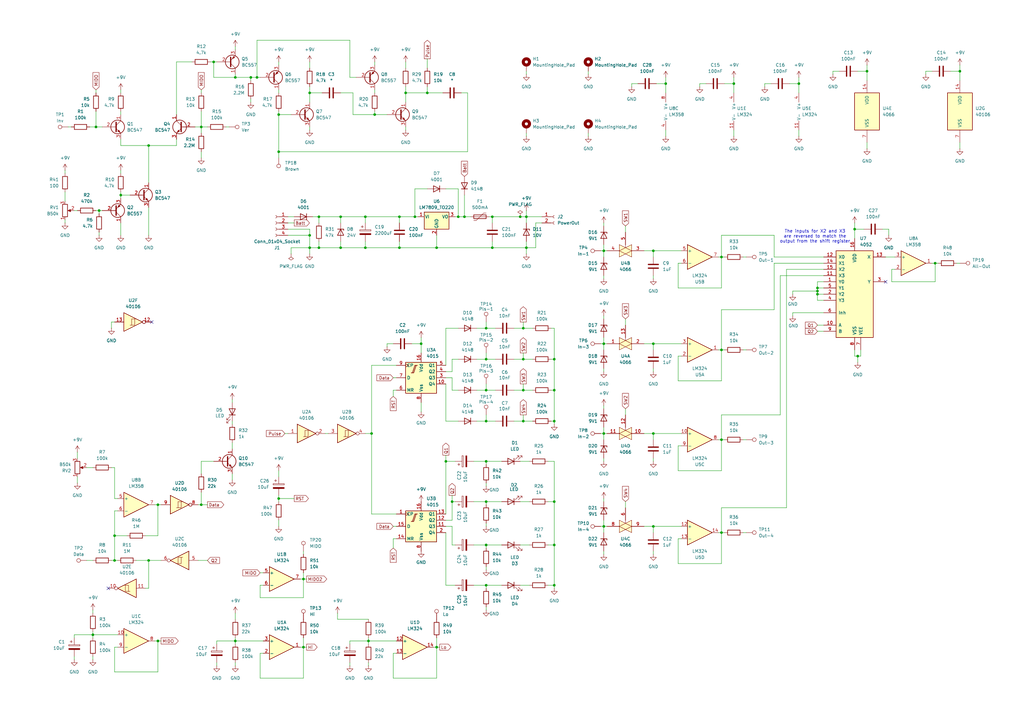
<source format=kicad_sch>
(kicad_sch (version 20250114) (generator "eeschema") (generator_version "9.0")
  (paper "A3")
  (text "The inputs for X2 and X3\nare reversed to match the\noutput from the shift register" (at 334.264 97.028 0) (effects (font (size 1.27 1.27))))
  (junction (at 213.36 88.9))
  (junction (at 267.97 177.8))
  (junction (at 295.91 218.44))
  (junction (at 295.91 105.41))
  (junction (at 39.37 52.07))
  (junction (at 267.97 140.97))
  (junction (at 295.91 143.51))
  (junction (at 49.53 80.01))
  (junction (at 127 101.6))
  (junction (at 175.26 38.1))
  (junction (at 46.99 229.87))
  (junction (at 227.33 205.74))
  (junction (at 127 96.52))
  (junction (at 273.05 34.29))
  (junction (at 151.13 262.89))
  (junction (at 38.1 260.35))
  (junction (at 335.28 118.11))
  (junction (at 149.86 88.9))
  (junction (at 64.77 207.01))
  (junction (at 393.7 29.21))
  (junction (at 139.7 101.6))
  (junction (at 215.9 88.9))
  (junction (at 187.96 88.9))
  (junction (at 267.97 215.9))
  (junction (at 96.52 262.89))
  (junction (at 139.7 88.9))
  (junction (at 182.88 189.23))
  (junction (at 214.63 172.72))
  (junction (at 383.54 107.95))
  (junction (at 295.91 180.34))
  (junction (at 60.96 59.69))
  (junction (at 199.39 134.62))
  (junction (at 82.55 52.07))
  (junction (at 64.77 262.89))
  (junction (at 130.81 101.6))
  (junction (at 114.3 204.47))
  (junction (at 199.39 189.23))
  (junction (at 166.37 38.1))
  (junction (at 124.46 265.43))
  (junction (at 267.97 102.87))
  (junction (at 163.83 101.6))
  (junction (at 172.72 140.97))
  (junction (at 335.28 119.38))
  (junction (at 355.6 29.21))
  (junction (at 153.67 46.99))
  (junction (at 46.99 219.71))
  (junction (at 199.39 147.32))
  (junction (at 179.07 101.6))
  (junction (at 335.28 120.65))
  (junction (at 60.96 229.87))
  (junction (at 105.41 31.75))
  (junction (at 227.33 147.32))
  (junction (at 247.65 177.8))
  (junction (at 247.65 140.97))
  (junction (at 227.33 160.02))
  (junction (at 214.63 160.02))
  (junction (at 40.64 86.36))
  (junction (at 227.33 223.52))
  (junction (at 102.87 31.75))
  (junction (at 190.5 88.9))
  (junction (at 351.79 146.05))
  (junction (at 96.52 31.75))
  (junction (at 350.52 93.98))
  (junction (at 214.63 134.62))
  (junction (at 227.33 240.03))
  (junction (at 199.39 160.02))
  (junction (at 82.55 207.01))
  (junction (at 201.93 101.6))
  (junction (at 201.93 88.9))
  (junction (at 179.07 265.43))
  (junction (at 300.99 34.29))
  (junction (at 163.83 88.9))
  (junction (at 170.18 88.9))
  (junction (at 149.86 101.6))
  (junction (at 215.9 101.6))
  (junction (at 114.3 62.23))
  (junction (at 227.33 172.72))
  (junction (at 199.39 172.72))
  (junction (at 114.3 46.99))
  (junction (at 127 38.1))
  (junction (at 199.39 223.52))
  (junction (at 185.42 205.74))
  (junction (at 327.66 34.29))
  (junction (at 199.39 240.03))
  (junction (at 152.4 177.8))
  (junction (at 247.65 215.9))
  (junction (at 247.65 102.87))
  (junction (at 87.63 25.4))
  (junction (at 199.39 205.74))
  (junction (at 124.46 237.49))
  (junction (at 214.63 147.32))
  (junction (at 130.81 88.9))
  (no_connect (at 62.23 132.08))
  (no_connect (at 363.22 115.57))
  (no_connect (at 44.45 241.3))
  (wire (pts (xy 214.63 157.48) (xy 214.63 160.02)))
  (wire (pts (xy 45.72 229.87) (xy 46.99 229.87)))
  (wire (pts (xy 187.96 172.72) (xy 182.88 172.72)))
  (wire (pts (xy 143.51 262.89) (xy 143.51 264.16)))
  (wire (pts (xy 267.97 140.97) (xy 279.4 140.97)))
  (wire (pts (xy 151.13 262.89) (xy 151.13 261.62)))
  (wire (pts (xy 295.91 180.34) (xy 294.64 180.34)))
  (wire (pts (xy 247.65 204.47) (xy 247.65 205.74)))
  (wire (pts (xy 182.88 77.47) (xy 187.96 77.47)))
  (wire (pts (xy 295.91 96.52) (xy 317.5 96.52)))
  (wire (pts (xy 295.91 118.11) (xy 295.91 105.41)))
  (wire (pts (xy 227.33 223.52) (xy 227.33 240.03)))
  (wire (pts (xy 106.68 245.11) (xy 124.46 245.11)))
  (wire (pts (xy 149.86 88.9) (xy 139.7 88.9)))
  (wire (pts (xy 114.3 213.36) (xy 114.3 215.9)))
  (wire (pts (xy 138.43 254) (xy 151.13 254)))
  (wire (pts (xy 247.65 177.8) (xy 248.92 177.8)))
  (wire (pts (xy 39.37 86.36) (xy 40.64 86.36)))
  (wire (pts (xy 214.63 147.32) (xy 218.44 147.32)))
  (wire (pts (xy 261.62 34.29) (xy 259.08 34.29)))
  (wire (pts (xy 152.4 149.86) (xy 162.56 149.86)))
  (wire (pts (xy 163.83 88.9) (xy 149.86 88.9)))
  (wire (pts (xy 31.75 185.42) (xy 31.75 187.96)))
  (wire (pts (xy 226.06 172.72) (xy 227.33 172.72)))
  (wire (pts (xy 279.4 107.95) (xy 278.13 107.95)))
  (wire (pts (xy 170.18 88.9) (xy 163.83 88.9)))
  (wire (pts (xy 304.8 105.41) (xy 306.07 105.41)))
  (wire (pts (xy 124.46 278.13) (xy 124.46 265.43)))
  (wire (pts (xy 247.65 102.87) (xy 248.92 102.87)))
  (wire (pts (xy 127 101.6) (xy 130.81 101.6)))
  (wire (pts (xy 327.66 34.29) (xy 327.66 38.1)))
  (wire (pts (xy 227.33 160.02) (xy 227.33 172.72)))
  (wire (pts (xy 179.07 265.43) (xy 177.8 265.43)))
  (wire (pts (xy 267.97 215.9) (xy 267.97 218.44)))
  (wire (pts (xy 31.75 195.58) (xy 31.75 198.12)))
  (wire (pts (xy 195.58 160.02) (xy 199.39 160.02)))
  (wire (pts (xy 222.25 91.44) (xy 219.71 91.44)))
  (wire (pts (xy 213.36 205.74) (xy 217.17 205.74)))
  (wire (pts (xy 102.87 31.75) (xy 105.41 31.75)))
  (wire (pts (xy 170.18 88.9) (xy 170.18 77.47)))
  (wire (pts (xy 64.77 207.01) (xy 64.77 219.71)))
  (wire (pts (xy 55.88 229.87) (xy 60.96 229.87)))
  (wire (pts (xy 96.52 251.46) (xy 96.52 254)))
  (wire (pts (xy 361.95 93.98) (xy 364.49 93.98)))
  (wire (pts (xy 295.91 208.28) (xy 322.58 208.28)))
  (wire (pts (xy 199.39 144.78) (xy 199.39 147.32)))
  (wire (pts (xy 214.63 160.02) (xy 218.44 160.02)))
  (wire (pts (xy 96.52 19.05) (xy 96.52 20.32)))
  (wire (pts (xy 48.26 265.43) (xy 46.99 265.43)))
  (wire (pts (xy 46.99 219.71) (xy 46.99 229.87)))
  (wire (pts (xy 179.07 278.13) (xy 179.07 265.43)))
  (wire (pts (xy 96.52 262.89) (xy 96.52 264.16)))
  (wire (pts (xy 149.86 88.9) (xy 149.86 91.44)))
  (wire (pts (xy 82.55 52.07) (xy 82.55 54.61)))
  (wire (pts (xy 149.86 177.8) (xy 152.4 177.8)))
  (wire (pts (xy 185.42 215.9) (xy 185.42 223.52)))
  (wire (pts (xy 49.53 45.72) (xy 49.53 46.99)))
  (wire (pts (xy 130.81 99.06) (xy 130.81 101.6)))
  (wire (pts (xy 182.88 134.62) (xy 187.96 134.62)))
  (wire (pts (xy 106.68 267.97) (xy 106.68 278.13)))
  (wire (pts (xy 127 38.1) (xy 132.08 38.1)))
  (wire (pts (xy 227.33 172.72) (xy 227.33 173.99)))
  (wire (pts (xy 96.52 262.89) (xy 88.9 262.89)))
  (wire (pts (xy 247.65 166.37) (xy 247.65 167.64)))
  (wire (pts (xy 199.39 224.79) (xy 199.39 223.52)))
  (wire (pts (xy 322.58 110.49) (xy 337.82 110.49)))
  (wire (pts (xy 49.53 69.85) (xy 49.53 71.12)))
  (wire (pts (xy 35.56 191.77) (xy 38.1 191.77)))
  (wire (pts (xy 295.91 231.14) (xy 295.91 218.44)))
  (wire (pts (xy 130.81 88.9) (xy 130.81 91.44)))
  (wire (pts (xy 39.37 45.72) (xy 39.37 52.07)))
  (wire (pts (xy 186.69 88.9) (xy 187.96 88.9)))
  (wire (pts (xy 335.28 123.19) (xy 337.82 123.19)))
  (wire (pts (xy 139.7 101.6) (xy 149.86 101.6)))
  (wire (pts (xy 162.56 160.02) (xy 161.29 160.02)))
  (wire (pts (xy 172.72 140.97) (xy 172.72 144.78)))
  (wire (pts (xy 143.51 16.51) (xy 143.51 31.75)))
  (wire (pts (xy 124.46 237.49) (xy 125.73 237.49)))
  (wire (pts (xy 247.65 140.97) (xy 248.92 140.97)))
  (wire (pts (xy 152.4 177.8) (xy 152.4 210.82)))
  (wire (pts (xy 289.56 34.29) (xy 287.02 34.29)))
  (wire (pts (xy 182.88 172.72) (xy 182.88 157.48)))
  (wire (pts (xy 383.54 115.57) (xy 383.54 107.95)))
  (wire (pts (xy 96.52 271.78) (xy 96.52 273.05)))
  (wire (pts (xy 60.96 229.87) (xy 60.96 241.3)))
  (wire (pts (xy 199.39 157.48) (xy 199.39 160.02)))
  (wire (pts (xy 335.28 133.35) (xy 337.82 133.35)))
  (wire (pts (xy 355.6 26.67) (xy 355.6 29.21)))
  (wire (pts (xy 350.52 91.44) (xy 350.52 93.98)))
  (wire (pts (xy 182.88 189.23) (xy 182.88 210.82)))
  (wire (pts (xy 139.7 88.9) (xy 139.7 91.44)))
  (wire (pts (xy 179.07 96.52) (xy 179.07 101.6)))
  (wire (pts (xy 224.79 205.74) (xy 227.33 205.74)))
  (wire (pts (xy 393.7 26.67) (xy 393.7 29.21)))
  (wire (pts (xy 63.5 262.89) (xy 64.77 262.89)))
  (wire (pts (xy 59.69 241.3) (xy 60.96 241.3)))
  (wire (pts (xy 199.39 241.3) (xy 199.39 240.03)))
  (wire (pts (xy 278.13 220.98) (xy 278.13 231.14)))
  (wire (pts (xy 247.65 151.13) (xy 247.65 152.4)))
  (wire (pts (xy 139.7 99.06) (xy 139.7 101.6)))
  (wire (pts (xy 316.23 34.29) (xy 313.69 34.29)))
  (wire (pts (xy 88.9 271.78) (xy 88.9 273.05)))
  (wire (pts (xy 143.51 31.75) (xy 146.05 31.75)))
  (wire (pts (xy 107.95 262.89) (xy 96.52 262.89)))
  (wire (pts (xy 82.55 189.23) (xy 87.63 189.23)))
  (wire (pts (xy 96.52 31.75) (xy 102.87 31.75)))
  (wire (pts (xy 127 93.98) (xy 127 96.52)))
  (wire (pts (xy 39.37 36.83) (xy 39.37 38.1)))
  (wire (pts (xy 151.13 262.89) (xy 143.51 262.89)))
  (wire (pts (xy 185.42 147.32) (xy 185.42 152.4)))
  (wire (pts (xy 127 52.07) (xy 127 53.34)))
  (wire (pts (xy 199.39 205.74) (xy 194.31 205.74)))
  (wire (pts (xy 60.96 85.09) (xy 60.96 96.52)))
  (wire (pts (xy 95.25 163.83) (xy 95.25 165.1)))
  (wire (pts (xy 163.83 99.06) (xy 163.83 101.6)))
  (wire (pts (xy 124.46 237.49) (xy 123.19 237.49)))
  (wire (pts (xy 325.12 128.27) (xy 337.82 128.27)))
  (wire (pts (xy 105.41 31.75) (xy 106.68 31.75)))
  (wire (pts (xy 200.66 88.9) (xy 201.93 88.9)))
  (wire (pts (xy 163.83 88.9) (xy 163.83 91.44)))
  (wire (pts (xy 38.1 259.08) (xy 38.1 260.35)))
  (wire (pts (xy 199.39 160.02) (xy 203.2 160.02)))
  (wire (pts (xy 114.3 204.47) (xy 114.3 205.74)))
  (wire (pts (xy 351.79 146.05) (xy 353.06 146.05)))
  (wire (pts (xy 82.55 36.83) (xy 82.55 38.1)))
  (wire (pts (xy 102.87 31.75) (xy 102.87 33.02)))
  (wire (pts (xy 201.93 88.9) (xy 213.36 88.9)))
  (wire (pts (xy 190.5 80.01) (xy 190.5 88.9)))
  (wire (pts (xy 118.11 91.44) (xy 120.65 91.44)))
  (wire (pts (xy 45.72 132.08) (xy 45.72 134.62)))
  (wire (pts (xy 114.3 193.04) (xy 114.3 195.58)))
  (wire (pts (xy 124.46 234.95) (xy 124.46 237.49)))
  (wire (pts (xy 161.29 140.97) (xy 158.75 140.97)))
  (wire (pts (xy 335.28 118.11) (xy 335.28 119.38)))
  (wire (pts (xy 127 35.56) (xy 127 38.1)))
  (wire (pts (xy 350.52 143.51) (xy 350.52 146.05)))
  (wire (pts (xy 279.4 182.88) (xy 278.13 182.88)))
  (wire (pts (xy 185.42 154.94) (xy 185.42 160.02)))
  (wire (pts (xy 227.33 134.62) (xy 227.33 147.32)))
  (wire (pts (xy 46.99 265.43) (xy 46.99 275.59)))
  (wire (pts (xy 304.8 218.44) (xy 306.07 218.44)))
  (wire (pts (xy 189.23 38.1) (xy 191.77 38.1)))
  (wire (pts (xy 199.39 223.52) (xy 205.74 223.52)))
  (wire (pts (xy 46.99 219.71) (xy 52.07 219.71)))
  (wire (pts (xy 82.55 62.23) (xy 82.55 64.77)))
  (wire (pts (xy 227.33 223.52) (xy 227.33 205.74)))
  (wire (pts (xy 82.55 52.07) (xy 85.09 52.07)))
  (wire (pts (xy 92.71 52.07) (xy 93.98 52.07)))
  (wire (pts (xy 278.13 107.95) (xy 278.13 118.11)))
  (wire (pts (xy 267.97 113.03) (xy 267.97 114.3)))
  (wire (pts (xy 81.28 229.87) (xy 85.09 229.87)))
  (wire (pts (xy 295.91 156.21) (xy 295.91 143.51)))
  (wire (pts (xy 227.33 240.03) (xy 227.33 241.3)))
  (wire (pts (xy 185.42 213.36) (xy 185.42 205.74)))
  (wire (pts (xy 114.3 62.23) (xy 114.3 64.77)))
  (wire (pts (xy 295.91 105.41) (xy 297.18 105.41)))
  (wire (pts (xy 151.13 271.78) (xy 151.13 273.05)))
  (wire (pts (xy 279.4 220.98) (xy 278.13 220.98)))
  (wire (pts (xy 267.97 226.06) (xy 267.97 227.33)))
  (wire (pts (xy 264.16 177.8) (xy 267.97 177.8)))
  (wire (pts (xy 39.37 52.07) (xy 41.91 52.07)))
  (wire (pts (xy 127 101.6) (xy 119.38 101.6)))
  (wire (pts (xy 392.43 107.95) (xy 393.7 107.95)))
  (wire (pts (xy 102.87 40.64) (xy 102.87 41.91)))
  (wire (pts (xy 124.46 245.11) (xy 124.46 237.49)))
  (wire (pts (xy 199.39 198.12) (xy 199.39 199.39)))
  (wire (pts (xy 128.27 88.9) (xy 130.81 88.9)))
  (wire (pts (xy 199.39 205.74) (xy 205.74 205.74)))
  (wire (pts (xy 118.11 88.9) (xy 120.65 88.9)))
  (wire (pts (xy 72.39 46.99) (xy 72.39 25.4)))
  (wire (pts (xy 187.96 77.47) (xy 187.96 88.9)))
  (wire (pts (xy 187.96 147.32) (xy 185.42 147.32)))
  (wire (pts (xy 48.26 209.55) (xy 46.99 209.55)))
  (wire (pts (xy 182.88 152.4) (xy 185.42 152.4)))
  (wire (pts (xy 199.39 223.52) (xy 194.31 223.52)))
  (wire (pts (xy 30.48 260.35) (xy 30.48 261.62)))
  (wire (pts (xy 95.25 194.31) (xy 95.25 196.85)))
  (wire (pts (xy 317.5 96.52) (xy 317.5 105.41)))
  (wire (pts (xy 72.39 57.15) (xy 72.39 59.69)))
  (wire (pts (xy 259.08 34.29) (xy 259.08 35.56)))
  (wire (pts (xy 335.28 120.65) (xy 337.82 120.65)))
  (wire (pts (xy 227.33 147.32) (xy 227.33 160.02)))
  (wire (pts (xy 335.28 135.89) (xy 337.82 135.89)))
  (wire (pts (xy 64.77 207.01) (xy 66.04 207.01)))
  (wire (pts (xy 127 101.6) (xy 127 104.14)))
  (wire (pts (xy 247.65 177.8) (xy 247.65 180.34)))
  (wire (pts (xy 182.88 154.94) (xy 185.42 154.94)))
  (wire (pts (xy 64.77 275.59) (xy 64.77 262.89)))
  (wire (pts (xy 278.13 231.14) (xy 295.91 231.14)))
  (wire (pts (xy 337.82 113.03) (xy 320.04 113.03)))
  (wire (pts (xy 63.5 207.01) (xy 64.77 207.01)))
  (wire (pts (xy 304.8 180.34) (xy 306.07 180.34)))
  (wire (pts (xy 273.05 53.34) (xy 273.05 55.88)))
  (wire (pts (xy 247.65 100.33) (xy 247.65 102.87)))
  (wire (pts (xy 105.41 16.51) (xy 143.51 16.51)))
  (wire (pts (xy 80.01 52.07) (xy 82.55 52.07)))
  (wire (pts (xy 158.75 46.99) (xy 153.67 46.99)))
  (wire (pts (xy 205.74 189.23) (xy 199.39 189.23)))
  (wire (pts (xy 214.63 132.08) (xy 214.63 134.62)))
  (wire (pts (xy 317.5 127) (xy 317.5 107.95)))
  (wire (pts (xy 325.12 119.38) (xy 325.12 120.65)))
  (wire (pts (xy 224.79 240.03) (xy 227.33 240.03)))
  (wire (pts (xy 163.83 101.6) (xy 179.07 101.6)))
  (wire (pts (xy 162.56 262.89) (xy 151.13 262.89)))
  (wire (pts (xy 35.56 229.87) (xy 38.1 229.87)))
  (wire (pts (xy 26.67 90.17) (xy 26.67 91.44)))
  (wire (pts (xy 26.67 78.74) (xy 26.67 82.55)))
  (wire (pts (xy 317.5 107.95) (xy 337.82 107.95)))
  (wire (pts (xy 106.68 240.03) (xy 106.68 245.11)))
  (wire (pts (xy 256.54 205.74) (xy 256.54 208.28)))
  (wire (pts (xy 203.2 147.32) (xy 199.39 147.32)))
  (wire (pts (xy 199.39 214.63) (xy 199.39 215.9)))
  (wire (pts (xy 214.63 144.78) (xy 214.63 147.32)))
  (wire (pts (xy 226.06 160.02) (xy 227.33 160.02)))
  (wire (pts (xy 130.81 88.9) (xy 139.7 88.9)))
  (wire (pts (xy 185.42 223.52) (xy 186.69 223.52)))
  (wire (pts (xy 215.9 88.9) (xy 215.9 91.44)))
  (wire (pts (xy 354.33 93.98) (xy 350.52 93.98)))
  (wire (pts (xy 264.16 215.9) (xy 267.97 215.9)))
  (wire (pts (xy 106.68 234.95) (xy 107.95 234.95)))
  (wire (pts (xy 182.88 218.44) (xy 182.88 240.03)))
  (wire (pts (xy 351.79 29.21) (xy 355.6 29.21)))
  (wire (pts (xy 389.89 29.21) (xy 393.7 29.21)))
  (wire (pts (xy 247.65 226.06) (xy 247.65 227.33)))
  (wire (pts (xy 267.97 187.96) (xy 267.97 189.23)))
  (wire (pts (xy 172.72 138.43) (xy 172.72 140.97)))
  (wire (pts (xy 214.63 170.18) (xy 214.63 172.72)))
  (wire (pts (xy 256.54 92.71) (xy 256.54 95.25)))
  (wire (pts (xy 317.5 105.41) (xy 337.82 105.41)))
  (wire (pts (xy 201.93 99.06) (xy 201.93 101.6)))
  (wire (pts (xy 46.99 275.59) (xy 64.77 275.59)))
  (wire (pts (xy 195.58 147.32) (xy 199.39 147.32)))
  (wire (pts (xy 185.42 203.2) (xy 185.42 205.74)))
  (wire (pts (xy 95.25 172.72) (xy 95.25 173.99)))
  (wire (pts (xy 161.29 154.94) (xy 162.56 154.94)))
  (wire (pts (xy 46.99 229.87) (xy 48.26 229.87)))
  (wire (pts (xy 350.52 146.05) (xy 351.79 146.05)))
  (wire (pts (xy 295.91 218.44) (xy 294.64 218.44)))
  (wire (pts (xy 194.31 240.03) (xy 199.39 240.03)))
  (wire (pts (xy 295.91 143.51) (xy 297.18 143.51)))
  (wire (pts (xy 226.06 134.62) (xy 227.33 134.62)))
  (wire (pts (xy 86.36 25.4) (xy 87.63 25.4)))
  (wire (pts (xy 95.25 181.61) (xy 95.25 184.15)))
  (wire (pts (xy 313.69 34.29) (xy 313.69 35.56)))
  (wire (pts (xy 172.72 165.1) (xy 172.72 168.91)))
  (wire (pts (xy 215.9 88.9) (xy 222.25 88.9)))
  (wire (pts (xy 199.39 232.41) (xy 199.39 233.68)))
  (wire (pts (xy 49.53 80.01) (xy 53.34 80.01)))
  (wire (pts (xy 166.37 25.4) (xy 166.37 27.94)))
  (wire (pts (xy 162.56 210.82) (xy 152.4 210.82)))
  (wire (pts (xy 107.95 240.03) (xy 106.68 240.03)))
  (wire (pts (xy 247.65 140.97) (xy 247.65 143.51)))
  (wire (pts (xy 60.96 229.87) (xy 66.04 229.87)))
  (wire (pts (xy 273.05 31.75) (xy 273.05 34.29)))
  (wire (pts (xy 335.28 119.38) (xy 335.28 120.65)))
  (wire (pts (xy 213.36 240.03) (xy 217.17 240.03)))
  (wire (pts (xy 60.96 59.69) (xy 72.39 59.69)))
  (wire (pts (xy 185.42 205.74) (xy 186.69 205.74)))
  (wire (pts (xy 267.97 102.87) (xy 279.4 102.87)))
  (wire (pts (xy 247.65 187.96) (xy 247.65 189.23)))
  (wire (pts (xy 179.07 101.6) (xy 201.93 101.6)))
  (wire (pts (xy 214.63 172.72) (xy 218.44 172.72)))
  (wire (pts (xy 267.97 177.8) (xy 279.4 177.8)))
  (wire (pts (xy 322.58 208.28) (xy 322.58 110.49)))
  (wire (pts (xy 127 38.1) (xy 127 41.91)))
  (wire (pts (xy 246.38 140.97) (xy 247.65 140.97)))
  (wire (pts (xy 199.39 248.92) (xy 199.39 250.19)))
  (wire (pts (xy 49.53 78.74) (xy 49.53 80.01)))
  (wire (pts (xy 88.9 262.89) (xy 88.9 264.16)))
  (wire (pts (xy 355.6 58.42) (xy 355.6 60.96)))
  (wire (pts (xy 337.82 115.57) (xy 335.28 115.57)))
  (wire (pts (xy 152.4 149.86) (xy 152.4 177.8)))
  (wire (pts (xy 87.63 25.4) (xy 88.9 25.4)))
  (wire (pts (xy 26.67 69.85) (xy 26.67 71.12)))
  (wire (pts (xy 166.37 38.1) (xy 175.26 38.1)))
  (wire (pts (xy 182.88 186.69) (xy 182.88 189.23)))
  (wire (pts (xy 295.91 143.51) (xy 295.91 127)))
  (wire (pts (xy 40.64 86.36) (xy 40.64 87.63)))
  (wire (pts (xy 295.91 127) (xy 317.5 127)))
  (wire (pts (xy 153.67 46.99) (xy 153.67 45.72)))
  (wire (pts (xy 144.78 38.1) (xy 144.78 46.99)))
  (wire (pts (xy 199.39 170.18) (xy 199.39 172.72)))
  (wire (pts (xy 166.37 38.1) (xy 166.37 41.91)))
  (wire (pts (xy 295.91 193.04) (xy 295.91 180.34)))
  (wire (pts (xy 267.97 151.13) (xy 267.97 152.4)))
  (wire (pts (xy 46.99 191.77) (xy 45.72 191.77)))
  (wire (pts (xy 161.29 220.98) (xy 161.29 224.79)))
  (wire (pts (xy 267.97 140.97) (xy 267.97 143.51)))
  (wire (pts (xy 344.17 29.21) (xy 341.63 29.21)))
  (wire (pts (xy 64.77 262.89) (xy 66.04 262.89)))
  (wire (pts (xy 27.94 52.07) (xy 29.21 52.07)))
  (wire (pts (xy 49.53 36.83) (xy 49.53 38.1)))
  (wire (pts (xy 182.88 240.03) (xy 186.69 240.03)))
  (wire (pts (xy 215.9 99.06) (xy 215.9 101.6)))
  (wire (pts (xy 151.13 262.89) (xy 151.13 264.16)))
  (wire (pts (xy 40.64 86.36) (xy 41.91 86.36)))
  (wire (pts (xy 213.36 189.23) (xy 217.17 189.23)))
  (wire (pts (xy 273.05 34.29) (xy 273.05 38.1)))
  (wire (pts (xy 199.39 190.5) (xy 199.39 189.23)))
  (wire (pts (xy 215.9 101.6) (xy 215.9 104.14)))
  (wire (pts (xy 295.91 143.51) (xy 294.64 143.51)))
  (wire (pts (xy 81.28 207.01) (xy 82.55 207.01)))
  (wire (pts (xy 114.3 45.72) (xy 114.3 46.99)))
  (wire (pts (xy 166.37 52.07) (xy 166.37 53.34)))
  (wire (pts (xy 118.11 96.52) (xy 127 96.52)))
  (wire (pts (xy 246.38 177.8) (xy 247.65 177.8)))
  (wire (pts (xy 158.75 140.97) (xy 158.75 142.24)))
  (wire (pts (xy 215.9 86.36) (xy 215.9 88.9)))
  (wire (pts (xy 153.67 25.4) (xy 153.67 26.67)))
  (wire (pts (xy 185.42 160.02) (xy 187.96 160.02)))
  (wire (pts (xy 153.67 36.83) (xy 153.67 38.1)))
  (wire (pts (xy 179.07 265.43) (xy 180.34 265.43)))
  (wire (pts (xy 227.33 189.23) (xy 224.79 189.23)))
  (wire (pts (xy 227.33 223.52) (xy 224.79 223.52)))
  (wire (pts (xy 350.52 93.98) (xy 350.52 97.79)))
  (wire (pts (xy 187.96 88.9) (xy 190.5 88.9)))
  (wire (pts (xy 40.64 95.25) (xy 40.64 96.52)))
  (wire (pts (xy 175.26 35.56) (xy 175.26 38.1)))
  (wire (pts (xy 210.82 134.62) (xy 214.63 134.62)))
  (wire (pts (xy 295.91 105.41) (xy 294.64 105.41)))
  (wire (pts (xy 143.51 271.78) (xy 143.51 273.05)))
  (wire (pts (xy 295.91 180.34) (xy 295.91 170.18)))
  (wire (pts (xy 114.3 36.83) (xy 114.3 38.1)))
  (wire (pts (xy 149.86 101.6) (xy 163.83 101.6)))
  (wire (pts (xy 195.58 134.62) (xy 199.39 134.62)))
  (wire (pts (xy 161.29 278.13) (xy 179.07 278.13)))
  (wire (pts (xy 170.18 77.47) (xy 175.26 77.47)))
  (wire (pts (xy 46.99 204.47) (xy 48.26 204.47)))
  (wire (pts (xy 201.93 101.6) (xy 215.9 101.6)))
  (wire (pts (xy 199.39 132.08) (xy 199.39 134.62)))
  (wire (pts (xy 118.11 93.98) (xy 127 93.98)))
  (wire (pts (xy 190.5 88.9) (xy 193.04 88.9)))
  (wire (pts (xy 30.48 269.24) (xy 30.48 270.51)))
  (wire (pts (xy 49.53 91.44) (xy 49.53 96.52)))
  (wire (pts (xy 213.36 88.9) (xy 215.9 88.9)))
  (wire (pts (xy 247.65 102.87) (xy 247.65 105.41)))
  (wire (pts (xy 335.28 115.57) (xy 335.28 118.11)))
  (wire (pts (xy 191.77 38.1) (xy 191.77 62.23)))
  (wire (pts (xy 363.22 105.41) (xy 367.03 105.41)))
  (wire (pts (xy 247.65 215.9) (xy 248.92 215.9)))
  (wire (pts (xy 320.04 113.03) (xy 320.04 170.18)))
  (wire (pts (xy 199.39 207.01) (xy 199.39 205.74)))
  (wire (pts (xy 203.2 172.72) (xy 199.39 172.72)))
  (wire (pts (xy 227.33 205.74) (xy 227.33 189.23)))
  (wire (pts (xy 82.55 201.93) (xy 82.55 207.01)))
  (wire (pts (xy 124.46 265.43) (xy 123.19 265.43)))
  (wire (pts (xy 38.1 260.35) (xy 48.26 260.35)))
  (wire (pts (xy 38.1 260.35) (xy 38.1 261.62)))
  (wire (pts (xy 182.88 134.62) (xy 182.88 149.86)))
  (wire (pts (xy 214.63 134.62) (xy 218.44 134.62)))
  (wire (pts (xy 36.83 52.07) (xy 39.37 52.07)))
  (wire (pts (xy 267.97 102.87) (xy 267.97 105.41)))
  (wire (pts (xy 325.12 119.38) (xy 335.28 119.38)))
  (wire (pts (xy 72.39 25.4) (xy 78.74 25.4)))
  (wire (pts (xy 38.1 250.19) (xy 38.1 251.46)))
  (wire (pts (xy 182.88 189.23) (xy 186.69 189.23)))
  (wire (pts (xy 114.3 46.99) (xy 114.3 62.23)))
  (wire (pts (xy 393.7 29.21) (xy 393.7 33.02)))
  (wire (pts (xy 175.26 38.1) (xy 181.61 38.1)))
  (wire (pts (xy 241.3 29.21) (xy 241.3 30.48)))
  (wire (pts (xy 304.8 143.51) (xy 306.07 143.51)))
  (wire (pts (xy 278.13 193.04) (xy 295.91 193.04)))
  (wire (pts (xy 210.82 172.72) (xy 214.63 172.72)))
  (wire (pts (xy 256.54 167.64) (xy 256.54 170.18)))
  (wire (pts (xy 300.99 34.29) (xy 300.99 38.1)))
  (wire (pts (xy 382.27 29.21) (xy 379.73 29.21)))
  (wire (pts (xy 114.3 204.47) (xy 120.65 204.47)))
  (wire (pts (xy 127 25.4) (xy 127 27.94)))
  (wire (pts (xy 59.69 219.71) (xy 64.77 219.71)))
  (wire (pts (xy 191.77 62.23) (xy 114.3 62.23)))
  (wire (pts (xy 168.91 140.97) (xy 172.72 140.97)))
  (wire (pts (xy 269.24 34.29) (xy 273.05 34.29)))
  (wire (pts (xy 179.07 261.62) (xy 179.07 265.43)))
  (wire (pts (xy 365.76 115.57) (xy 383.54 115.57)))
  (wire (pts (xy 367.03 110.49) (xy 365.76 110.49)))
  (wire (pts (xy 87.63 31.75) (xy 96.52 31.75)))
  (wire (pts (xy 144.78 46.99) (xy 153.67 46.99)))
  (wire (pts (xy 96.52 31.75) (xy 96.52 30.48)))
  (wire (pts (xy 279.4 146.05) (xy 278.13 146.05)))
  (wire (pts (xy 295.91 180.34) (xy 297.18 180.34)))
  (wire (pts (xy 247.65 129.54) (xy 247.65 130.81)))
  (wire (pts (xy 30.48 86.36) (xy 31.75 86.36)))
  (wire (pts (xy 96.52 262.89) (xy 96.52 261.62)))
  (wire (pts (xy 46.99 191.77) (xy 46.99 204.47)))
  (wire (pts (xy 383.54 107.95) (xy 384.81 107.95)))
  (wire (pts (xy 106.68 278.13) (xy 124.46 278.13)))
  (wire (pts (xy 49.53 80.01) (xy 49.53 81.28)))
  (wire (pts (xy 246.38 215.9) (xy 247.65 215.9)))
  (wire (pts (xy 161.29 160.02) (xy 161.29 162.56)))
  (wire (pts (xy 278.13 182.88) (xy 278.13 193.04)))
  (wire (pts (xy 297.18 34.29) (xy 300.99 34.29)))
  (wire (pts (xy 105.41 31.75) (xy 105.41 16.51)))
  (wire (pts (xy 194.31 189.23) (xy 199.39 189.23)))
  (wire (pts (xy 335.28 118.11) (xy 337.82 118.11)))
  (wire (pts (xy 201.93 88.9) (xy 201.93 91.44)))
  (wire (pts (xy 300.99 31.75) (xy 300.99 34.29)))
  (wire (pts (xy 182.88 215.9) (xy 185.42 215.9)))
  (wire (pts (xy 161.29 267.97) (xy 161.29 278.13)))
  (wire (pts (xy 116.84 177.8) (xy 118.11 177.8)))
  (wire (pts (xy 323.85 34.29) (xy 327.66 34.29)))
  (wire (pts (xy 383.54 107.95) (xy 382.27 107.95)))
  (wire (pts (xy 149.86 99.06) (xy 149.86 101.6)))
  (wire (pts (xy 175.26 24.13) (xy 175.26 27.94)))
  (wire (pts (xy 247.65 175.26) (xy 247.65 177.8)))
  (wire (pts (xy 295.91 218.44) (xy 297.18 218.44)))
  (wire (pts (xy 215.9 29.21) (xy 215.9 30.48)))
  (wire (pts (xy 278.13 146.05) (xy 278.13 156.21)))
  (wire (pts (xy 365.76 110.49) (xy 365.76 115.57)))
  (wire (pts (xy 295.91 105.41) (xy 295.91 96.52)))
  (wire (pts (xy 241.3 54.61) (xy 241.3 55.88)))
  (wire (pts (xy 219.71 91.44) (xy 219.71 101.6)))
  (wire (pts (xy 114.3 203.2) (xy 114.3 204.47)))
  (wire (pts (xy 114.3 25.4) (xy 114.3 26.67)))
  (wire (pts (xy 119.38 101.6) (xy 119.38 104.14)))
  (wire (pts (xy 199.39 240.03) (xy 205.74 240.03)))
  (wire (pts (xy 351.79 146.05) (xy 351.79 148.59)))
  (wire (pts (xy 46.99 132.08) (xy 45.72 132.08)))
  (wire (pts (xy 107.95 267.97) (xy 106.68 267.97)))
  (wire (pts (xy 325.12 128.27) (xy 325.12 129.54)))
  (wire (pts (xy 114.3 46.99) (xy 119.38 46.99)))
  (wire (pts (xy 264.16 140.97) (xy 267.97 140.97)))
  (wire (pts (xy 379.73 29.21) (xy 379.73 30.48)))
  (wire (pts (xy 213.36 223.52) (xy 217.17 223.52)))
  (wire (pts (xy 295.91 170.18) (xy 320.04 170.18)))
  (wire (pts (xy 327.66 53.34) (xy 327.66 55.88)))
  (wire (pts (xy 210.82 147.32) (xy 214.63 147.32)))
  (wire (pts (xy 215.9 54.61) (xy 215.9 55.88)))
  (wire (pts (xy 82.55 45.72) (xy 82.55 52.07)))
  (wire (pts (xy 264.16 102.87) (xy 267.97 102.87)))
  (wire (pts (xy 335.28 120.65) (xy 335.28 123.19)))
  (wire (pts (xy 219.71 101.6) (xy 215.9 101.6)))
  (wire (pts (xy 161.29 215.9) (xy 162.56 215.9)))
  (wire (pts (xy 130.81 101.6) (xy 139.7 101.6)))
  (wire (pts (xy 341.63 29.21) (xy 341.63 30.48)))
  (wire (pts (xy 38.1 260.35) (xy 30.48 260.35)))
  (wire (pts (xy 247.65 91.44) (xy 247.65 92.71)))
  (wire (pts (xy 195.58 172.72) (xy 199.39 172.72)))
  (wire (pts (xy 124.46 226.06) (xy 124.46 227.33)))
  (wire (pts (xy 127 96.52) (xy 127 101.6)))
  (wire (pts (xy 278.13 156.21) (xy 295.91 156.21)))
  (wire (pts (xy 49.53 59.69) (xy 60.96 59.69)))
  (wire (pts (xy 355.6 29.21) (xy 355.6 33.02)))
  (wire (pts (xy 267.97 215.9) (xy 279.4 215.9)))
  (wire (pts (xy 166.37 35.56) (xy 166.37 38.1)))
  (wire (pts (xy 327.66 31.75) (xy 327.66 34.29)))
  (wire (pts (xy 300.99 53.34) (xy 300.99 55.88)))
  (wire (pts (xy 162.56 220.98) (xy 161.29 220.98)))
  (wire (pts (xy 199.39 134.62) (xy 203.2 134.62)))
  (wire (pts (xy 364.49 93.98) (xy 364.49 96.52)))
  (wire (pts (xy 210.82 160.02) (xy 214.63 160.02)))
  (wire (pts (xy 49.53 59.69) (xy 49.53 57.15)))
  (wire (pts (xy 247.65 215.9) (xy 247.65 218.44)))
  (wire (pts (xy 124.46 265.43) (xy 125.73 265.43)))
  (wire (pts (xy 82.55 207.01) (xy 85.09 207.01)))
  (wire (pts (xy 171.45 88.9) (xy 170.18 88.9)))
  (wire (pts (xy 133.35 177.8) (xy 134.62 177.8)))
  (wire (pts (xy 353.06 143.51) (xy 353.06 146.05)))
  (wire (pts (xy 138.43 251.46) (xy 138.43 254)))
  (wire (pts (xy 124.46 261.62) (xy 124.46 265.43)))
  (wire (pts (xy 247.65 113.03) (xy 247.65 114.3)))
  (wire (pts (xy 246.38 102.87) (xy 247.65 102.87)))
  (wire (pts (xy 295.91 208.28) (xy 295.91 218.44)))
  (wire (pts (xy 60.96 59.69) (xy 60.96 74.93)))
  (wire (pts (xy 182.88 213.36) (xy 185.42 213.36)))
  (wire (pts (xy 247.65 213.36) (xy 247.65 215.9)))
  (wire (pts (xy 87.63 25.4) (xy 87.63 31.75)))
  (wire (pts (xy 38.1 269.24) (xy 38.1 270.51)))
  (wire (pts (xy 267.97 177.8) (xy 267.97 180.34)))
  (wire (pts (xy 256.54 130.81) (xy 256.54 133.35)))
  (wire (pts (xy 139.7 38.1) (xy 144.78 38.1)))
  (wire (pts (xy 226.06 147.32) (xy 227.33 147.32)))
  (wire (pts (xy 162.56 267.97) (xy 161.29 267.97)))
  (wire (pts (xy 278.13 118.11) (xy 295.91 118.11)))
  (wire (pts (xy 82.55 189.23) (xy 82.55 194.31)))
  (wire (pts (xy 46.99 209.55) (xy 46.99 219.71)))
  (wire (pts (xy 393.7 58.42) (xy 393.7 60.96)))
  (wire (pts (xy 287.02 34.29) (xy 287.02 35.56)))
  (wire (pts (xy 247.65 138.43) (xy 247.65 140.97)))
  (global_label "MIDO" (shape output) (at 66.04 262.89 0) (property "Intersheetrefs" "${INTERSHEET_REFS}" (effects (hide yes))))
  (global_label "SW1" (shape output) (at 214.63 132.08 90) (property "Intersheetrefs" "${INTERSHEET_REFS}" (effects (hide yes))))
  (global_label "Batt" (shape output) (at 120.65 91.44 0) (property "Intersheetrefs" "${INTERSHEET_REFS}" (effects (hide yes))))
  (global_label "Data" (shape output) (at 85.09 207.01 0) (property "Intersheetrefs" "${INTERSHEET_REFS}" (effects (hide yes))))
  (global_label "Batt" (shape input) (at 190.5 72.39 90) (property "Intersheetrefs" "${INTERSHEET_REFS}" (effects (hide yes))))
  (global_label "Q1" (shape output) (at 182.88 186.69 90) (property "Intersheetrefs" "${INTERSHEET_REFS}" (effects (hide yes))))
  (global_label "Data" (shape input) (at 161.29 154.94 180) (property "Intersheetrefs" "${INTERSHEET_REFS}" (effects (hide yes))))
  (global_label "SW4" (shape input) (at 256.54 205.74 90) (property "Intersheetrefs" "${INTERSHEET_REFS}" (effects (hide yes))))
  (global_label "SW1" (shape input) (at 256.54 92.71 90) (property "Intersheetrefs" "${INTERSHEET_REFS}" (effects (hide yes))))
  (global_label "RST" (shape input) (at 161.29 162.56 270) (property "Intersheetrefs" "${INTERSHEET_REFS}" (effects (hide yes))))
  (global_label "SW4" (shape output) (at 214.63 170.18 90) (property "Intersheetrefs" "${INTERSHEET_REFS}" (effects (hide yes))))
  (global_label "Q2" (shape output) (at 185.42 203.2 90) (property "Intersheetrefs" "${INTERSHEET_REFS}" (effects (hide yes))))
  (global_label "SW3" (shape input) (at 256.54 130.81 90) (property "Intersheetrefs" "${INTERSHEET_REFS}" (effects (hide yes))))
  (global_label "Q2" (shape input) (at 335.28 135.89 180) (property "Intersheetrefs" "${INTERSHEET_REFS}" (effects (hide yes))))
  (global_label "MIDO" (shape input) (at 39.37 36.83 90) (property "Intersheetrefs" "${INTERSHEET_REFS}" (effects (hide yes))))
  (global_label "MIDO2" (shape output) (at 125.73 237.49 0) (property "Intersheetrefs" "${INTERSHEET_REFS}" (effects (hide yes))))
  (global_label "RST" (shape output) (at 120.65 204.47 0) (property "Intersheetrefs" "${INTERSHEET_REFS}" (effects (hide yes))))
  (global_label "Lo" (shape output) (at 180.34 265.43 0) (property "Intersheetrefs" "${INTERSHEET_REFS}" (effects (hide yes))))
  (global_label "Q2" (shape input) (at 85.09 229.87 0) (property "Intersheetrefs" "${INTERSHEET_REFS}" (effects (hide yes))))
  (global_label "SW2" (shape input) (at 256.54 167.64 90) (property "Intersheetrefs" "${INTERSHEET_REFS}" (effects (hide yes))))
  (global_label "MIDO" (shape input) (at 106.68 234.95 180) (property "Intersheetrefs" "${INTERSHEET_REFS}" (effects (hide yes))))
  (global_label "Data" (shape input) (at 161.29 215.9 180) (property "Intersheetrefs" "${INTERSHEET_REFS}" (effects (hide yes))))
  (global_label "SW3" (shape output) (at 214.63 157.48 90) (property "Intersheetrefs" "${INTERSHEET_REFS}" (effects (hide yes))))
  (global_label "SW2" (shape output) (at 214.63 144.78 90) (property "Intersheetrefs" "${INTERSHEET_REFS}" (effects (hide yes))))
  (global_label "Q1" (shape input) (at 335.28 133.35 180) (property "Intersheetrefs" "${INTERSHEET_REFS}" (effects (hide yes))))
  (global_label "Pulse" (shape input) (at 116.84 177.8 180) (property "Intersheetrefs" "${INTERSHEET_REFS}" (effects (hide yes))))
  (global_label "RST" (shape input) (at 161.29 224.79 270) (property "Intersheetrefs" "${INTERSHEET_REFS}" (effects (hide yes))))
  (global_label "Hi" (shape output) (at 125.73 265.43 0) (property "Intersheetrefs" "${INTERSHEET_REFS}" (effects (hide yes))))
  (global_label "Pulse" (shape output) (at 175.26 24.13 90) (property "Intersheetrefs" "${INTERSHEET_REFS}" (effects (hide yes))))
  (global_label "MIDO" (shape input) (at 82.55 36.83 90) (property "Intersheetrefs" "${INTERSHEET_REFS}" (effects (hide yes))))
  (symbol (lib_id "Device:LED") (at 95.25 168.91 270) (mirror x) (unit 1)
    (property "Reference" "D5" (at 89.916 168.148 90))
    (property "Value" "LED" (at 90.17 170.4975 90))
    (property "Footprint" "diy-nabra:led" (effects (hide yes)))
    (property "Description" "Light emitting diode" (effects (hide yes)))
  )
  (symbol (lib_id "power:GND") (at 247.65 227.33 0) (unit 1)
    (property "Reference" "#PWR067" (effects (hide yes)))
    (property "Value" "GND" (at 247.65 232.41 0))
    (property "Description" "Power symbol creates a global label with name \"GND\" , ground" (effects (hide yes)))
  )
  (symbol (lib_id "Amplifier_Operational:LM324") (at 115.57 265.43 0) (unit 1)
    (property "Reference" "U1" (at 115.57 255.27 0))
    (property "Value" "LM324" (at 115.57 257.81 0))
    (property "Footprint" "diy-nabra:dip14" (effects (hide yes)))
    (property "Datasheet" "http://www.ti.com/lit/ds/symlink/lm2902-n.pdf" (effects (hide yes)))
    (property "Description" "Low-Power, Quad-Operational Amplifiers, DIP-14/SOIC-14/SSOP-14" (effects (hide yes)))
  )
  (symbol (lib_id "Amplifier_Operational:LM324") (at 170.18 265.43 0) (unit 4)
    (property "Reference" "U1" (at 170.18 255.27 0))
    (property "Value" "LM324" (at 170.18 257.81 0))
    (property "Footprint" "diy-nabra:dip14" (effects (hide yes)))
    (property "Datasheet" "http://www.ti.com/lit/ds/symlink/lm2902-n.pdf" (effects (hide yes)))
    (property "Description" "Low-Power, Quad-Operational Amplifiers, DIP-14/SOIC-14/SSOP-14" (effects (hide yes)))
  )
  (symbol (lib_id "Device:Polyfuse") (at 196.85 88.9 90) (unit 1)
    (property "Reference" "F1" (at 196.85 82.55 90))
    (property "Value" "500mA" (at 196.85 85.09 90))
    (property "Footprint" "Fuse:Fuse_Bourns_MF-RG500" (effects (hide yes)))
    (property "Description" "Resettable fuse, polymeric positive temperature coefficient" (effects (hide yes)))
  )
  (symbol (lib_id "power:PWR_FLAG") (at 213.36 88.9 0) (unit 1)
    (property "Reference" "#FLG02" (effects (hide yes)))
    (property "Value" "PWR_FLAG" (at 213.36 83.82 0))
    (property "Description" "Special symbol for telling ERC where power comes from" (effects (hide yes)))
  )
  (symbol (lib_id "Device:R") (at 102.87 36.83 0) (mirror x) (unit 1)
    (property "Reference" "R16" (at 100.33 35.5599 0) (effects (justify right)))
    (property "Value" "2.2M" (at 100.33 38.0999 0) (effects (justify right)))
    (property "Footprint" "diy-nabra:r3" (effects (hide yes)))
    (property "Description" "Resistor" (effects (hide yes)))
  )
  (symbol (lib_id "Amplifier_Operational:LM324") (at 303.53 45.72 0) (unit 5)
    (property "Reference" "U1" (at 302.26 44.4499 0) (effects (justify left)))
    (property "Value" "LM324" (at 302.26 46.9899 0) (effects (justify left)))
    (property "Footprint" "diy-nabra:dip14" (effects (hide yes)))
    (property "Datasheet" "http://www.ti.com/lit/ds/symlink/lm2902-n.pdf" (effects (hide yes)))
    (property "Description" "Low-Power, Quad-Operational Amplifiers, DIP-14/SOIC-14/SSOP-14" (effects (hide yes)))
  )
  (symbol (lib_id "Device:R") (at 82.55 25.4 90) (unit 1)
    (property "Reference" "R12" (at 82.55 19.05 90))
    (property "Value" "4.7k" (at 82.55 21.59 90))
    (property "Footprint" "diy-nabra:r3" (effects (hide yes)))
    (property "Description" "Resistor" (effects (hide yes)))
  )
  (symbol (lib_id "Device:D_Zener") (at 215.9 95.25 270) (unit 1)
    (property "Reference" "D11" (at 218.44 93.9799 90) (effects (justify left)))
    (property "Value" "10V" (at 218.44 96.5199 90) (effects (justify left)))
    (property "Footprint" "diy-nabra:doz3" (effects (hide yes)))
    (property "Description" "Zener diode" (effects (hide yes)))
  )
  (symbol (lib_id "Connector:TestPoint") (at 306.07 143.51 270) (unit 1)
    (property "Reference" "TP7" (at 311.15 142.2399 90) (effects (justify left)))
    (property "Value" "Out-2" (at 311.15 144.7799 90) (effects (justify left)))
    (property "Footprint" "diy-nabra:wtrin2" (effects (hide yes)))
    (property "Description" "test point" (effects (hide yes)))
  )
  (symbol (lib_id "Diode:1N4001") (at 179.07 77.47 180) (unit 1)
    (property "Reference" "D7" (at 179.07 71.12 0))
    (property "Value" "4001" (at 179.07 73.66 0))
    (property "Footprint" "diy-nabra:do3" (effects (hide yes)))
    (property "Sim.Device" "D" (effects (hide yes)))
    (property "Sim.Pins" "1=K 2=A" (effects (hide yes)))
  )
  (symbol (lib_id "power:GND") (at 267.97 152.4 0) (unit 1)
    (property "Reference" "#PWR036" (effects (hide yes)))
    (property "Value" "GND" (at 267.97 157.48 0))
    (property "Description" "Power symbol creates a global label with name \"GND\" , ground" (effects (hide yes)))
  )
  (symbol (lib_id "Connector:TestPoint") (at 199.39 157.48 0) (unit 1)
    (property "Reference" "TP16" (at 199.39 150.114 0))
    (property "Value" "Pls-3" (at 199.39 152.146 0))
    (property "Footprint" "diy-nabra:wcirc3in" (effects (hide yes)))
    (property "Description" "test point" (effects (hide yes)))
  )
  (symbol (lib_id "Connector:Conn_01x04_Socket") (at 113.03 91.44 0) (mirror y) (unit 1)
    (property "Reference" "J1" (at 113.665 101.6 0))
    (property "Value" "Conn_01x04_Socket" (at 113.665 99.06 0))
    (property "Footprint" "diy-nabra:powern" (effects (hide yes)))
    (property "Description" "Generic connector, single row, 01x04, script generated" (effects (hide yes)))
  )
  (symbol (lib_id "power:+9V") (at 273.05 31.75 0) (unit 1)
    (property "Reference" "#PWR084" (effects (hide yes)))
    (property "Value" "+9V" (at 273.05 26.67 0))
    (property "Description" "Power symbol creates a global label with name \"+9V\"" (effects (hide yes)))
  )
  (symbol (lib_id "power:+9V") (at 247.65 91.44 0) (unit 1)
    (property "Reference" "#PWR061" (effects (hide yes)))
    (property "Value" "+9V" (at 247.65 86.36 0))
    (property "Description" "Power symbol creates a global label with name \"+9V\"" (effects (hide yes)))
  )
  (symbol (lib_id "Device:C") (at 207.01 134.62 90) (unit 1)
    (property "Reference" "C4" (at 207.01 127 90))
    (property "Value" "10nF" (at 207.01 129.54 90))
    (property "Footprint" "diy-nabra:cpoly103" (effects (hide yes)))
    (property "Description" "Unpolarized capacitor" (effects (hide yes)))
  )
  (symbol (lib_id "Amplifier_Operational:LM324") (at 115.57 237.49 0) (unit 2)
    (property "Reference" "U1" (at 115.57 227.33 0))
    (property "Value" "LM324" (at 115.57 229.87 0))
    (property "Footprint" "diy-nabra:dip14" (effects (hide yes)))
    (property "Datasheet" "http://www.ti.com/lit/ds/symlink/lm2902-n.pdf" (effects (hide yes)))
    (property "Description" "Low-Power, Quad-Operational Amplifiers, DIP-14/SOIC-14/SSOP-14" (effects (hide yes)))
  )
  (symbol (lib_id "Transistor_BJT:BC547") (at 163.83 46.99 0) (unit 1)
    (property "Reference" "Q9" (at 168.91 45.7199 0) (effects (justify left)))
    (property "Value" "BC547" (at 168.91 48.2599 0) (effects (justify left)))
    (property "Footprint" "diy-nabra:qnpn" (effects (hide yes)))
    (property "Datasheet" "https://www.onsemi.com/pub/Collateral/BC550-D.pdf" (effects (hide yes)))
    (property "Description" "0.1A Ic, 45V Vce, Small Signal NPN Transistor, TO-92" (effects (hide yes)))
  )
  (symbol (lib_id "Device:R_Potentiometer") (at 31.75 191.77 0) (mirror x) (unit 1)
    (property "Reference" "RV2" (at 29.21 193.0401 0) (effects (justify right)))
    (property "Value" "B50k" (at 29.21 190.5001 0) (effects (justify right)))
    (property "Footprint" "diy-nabra:wnob" (effects (hide yes)))
    (property "Description" "Potentiometer" (effects (hide yes)))
  )
  (symbol (lib_id "Transistor_BJT:BC547") (at 58.42 80.01 0) (unit 1)
    (property "Reference" "Q3" (at 63.5 78.7399 0) (effects (justify left)))
    (property "Value" "BC547" (at 63.5 81.2799 0) (effects (justify left)))
    (property "Footprint" "diy-nabra:qnpn" (effects (hide yes)))
    (property "Datasheet" "https://www.onsemi.com/pub/Collateral/BC550-D.pdf" (effects (hide yes)))
    (property "Description" "0.1A Ic, 45V Vce, Small Signal NPN Transistor, TO-92" (effects (hide yes)))
  )
  (symbol (lib_id "power:+9V") (at 49.53 69.85 0) (unit 1)
    (property "Reference" "#PWR010" (effects (hide yes)))
    (property "Value" "+9V" (at 49.53 64.77 0))
    (property "Description" "Power symbol creates a global label with name \"+9V\"" (effects (hide yes)))
  )
  (symbol (lib_id "Mechanical:MountingHole_Pad") (at 215.9 52.07 0) (unit 1) (exclude_from_sim yes) (in_bom no)
    (property "Reference" "H3" (at 218.44 49.5299 0) (effects (justify left)))
    (property "Value" "MountingHole_Pad" (at 218.44 52.0699 0) (effects (justify left)))
    (property "Footprint" "MountingHole:MountingHole_3.2mm_M3_ISO7380_Pad" (effects (hide yes)))
    (property "Description" "Mounting Hole with connection" (effects (hide yes)))
  )
  (symbol (lib_id "4xxx:40106") (at 52.07 241.3 0) (mirror y) (unit 5)
    (property "Reference" "U2" (at 52.07 232.41 0))
    (property "Value" "40106" (at 52.07 234.95 0))
    (property "Footprint" "diy-nabra:dip14" (effects (hide yes)))
    (property "Datasheet" "https://assets.nexperia.com/documents/data-sheet/HEF40106B.pdf" (effects (hide yes)))
    (property "Description" "Hex Schmitt trigger inverter" (effects (hide yes)))
  )
  (symbol (lib_id "Device:LED") (at 209.55 189.23 180) (unit 1)
    (property "Reference" "D1" (at 211.1375 181.61 0))
    (property "Value" "LED" (at 211.1375 184.15 0))
    (property "Footprint" "diy-nabra:led" (effects (hide yes)))
    (property "Description" "Light emitting diode" (effects (hide yes)))
  )
  (symbol (lib_id "Device:R") (at 82.55 198.12 0) (unit 1)
    (property "Reference" "R30" (at 85.09 196.8499 0) (effects (justify left)))
    (property "Value" "22k" (at 85.09 199.3899 0) (effects (justify left)))
    (property "Footprint" "diy-nabra:r3" (effects (hide yes)))
    (property "Description" "Resistor" (effects (hide yes)))
  )
  (symbol (lib_id "Diode:1N4148") (at 190.5 76.2 90) (unit 1)
    (property "Reference" "D9" (at 193.04 74.9299 90) (effects (justify right)))
    (property "Value" "4148" (at 193.04 77.4699 90) (effects (justify right)))
    (property "Footprint" "diy-nabra:do3" (effects (hide yes)))
    (property "Sim.Device" "D" (effects (hide yes)))
    (property "Sim.Pins" "1=K 2=A" (effects (hide yes)))
  )
  (symbol (lib_id "Device:R") (at 127 31.75 180) (unit 1)
    (property "Reference" "R18" (at 129.54 30.4799 0) (effects (justify right)))
    (property "Value" "4.7k" (at 129.54 33.0199 0) (effects (justify right)))
    (property "Footprint" "diy-nabra:r3" (effects (hide yes)))
    (property "Description" "Resistor" (effects (hide yes)))
  )
  (symbol (lib_id "Device:R") (at 95.25 177.8 180) (unit 1)
    (property "Reference" "R32" (at 97.79 176.5299 0) (effects (justify right)))
    (property "Value" "1k" (at 97.79 179.0699 0) (effects (justify right)))
    (property "Footprint" "diy-nabra:r3" (effects (hide yes)))
    (property "Description" "Resistor" (effects (hide yes)))
  )
  (symbol (lib_id "Connector:TestPoint") (at 199.39 170.18 0) (unit 1)
    (property "Reference" "TP17" (at 199.39 162.814 0))
    (property "Value" "Pls-4" (at 199.39 164.846 0))
    (property "Footprint" "diy-nabra:wcirc4in" (effects (hide yes)))
    (property "Description" "test point" (effects (hide yes)))
  )
  (symbol (lib_id "Device:C") (at 267.97 109.22 0) (unit 1)
    (property "Reference" "C9" (at 271.78 107.9499 0) (effects (justify left)))
    (property "Value" "1uF" (at 271.78 110.4899 0) (effects (justify left)))
    (property "Footprint" "diy-nabra:cpoly105" (effects (hide yes)))
    (property "Description" "Unpolarized capacitor" (effects (hide yes)))
  )
  (symbol (lib_id "Device:C") (at 207.01 147.32 90) (unit 1)
    (property "Reference" "C5" (at 207.01 139.7 90))
    (property "Value" "10nF" (at 207.01 142.24 90))
    (property "Footprint" "diy-nabra:cpoly103" (effects (hide yes)))
    (property "Description" "Unpolarized capacitor" (effects (hide yes)))
  )
  (symbol (lib_id "power:+9V") (at 172.72 205.74 0) (unit 1)
    (property "Reference" "#PWR059" (effects (hide yes)))
    (property "Value" "+9V" (at 172.72 200.66 0))
    (property "Description" "Power symbol creates a global label with name \"+9V\"" (effects (hide yes)))
  )
  (symbol (lib_id "power:GND") (at 127 53.34 0) (unit 1)
    (property "Reference" "#PWR021" (effects (hide yes)))
    (property "Value" "GND" (at 127 58.42 0))
    (property "Description" "Power symbol creates a global label with name \"GND\" , ground" (effects (hide yes)))
  )
  (symbol (lib_id "Device:C") (at 267.97 147.32 0) (unit 1)
    (property "Reference" "C10" (at 271.78 146.0499 0) (effects (justify left)))
    (property "Value" "1uF" (at 271.78 148.5899 0) (effects (justify left)))
    (property "Footprint" "diy-nabra:cpoly105" (effects (hide yes)))
    (property "Description" "Unpolarized capacitor" (effects (hide yes)))
  )
  (symbol (lib_id "Device:R") (at 199.39 194.31 0) (unit 1)
    (property "Reference" "R42" (at 201.93 193.0399 0) (effects (justify left)))
    (property "Value" "10k" (at 201.93 195.5799 0) (effects (justify left)))
    (property "Footprint" "diy-nabra:r3" (effects (hide yes)))
    (property "Description" "Resistor" (effects (hide yes)))
  )
  (symbol (lib_id "power:GND") (at 199.39 233.68 0) (unit 1)
    (property "Reference" "#PWR074" (effects (hide yes)))
    (property "Value" "GND" (at 202.692 235.204 0))
    (property "Description" "Power symbol creates a global label with name \"GND\" , ground" (effects (hide yes)))
  )
  (symbol (lib_id "power:GND") (at 327.66 55.88 0) (unit 1)
    (property "Reference" "#PWR047" (effects (hide yes)))
    (property "Value" "GND" (at 327.66 60.96 0))
    (property "Description" "Power symbol creates a global label with name \"GND\" , ground" (effects (hide yes)))
  )
  (symbol (lib_id "power:+9V") (at 96.52 251.46 0) (unit 1)
    (property "Reference" "#PWR054" (effects (hide yes)))
    (property "Value" "+9V" (at 96.52 246.38 0))
    (property "Description" "Power symbol creates a global label with name \"+9V\"" (effects (hide yes)))
  )
  (symbol (lib_id "power:GND") (at 172.72 168.91 0) (unit 1)
    (property "Reference" "#PWR023" (effects (hide yes)))
    (property "Value" "GND" (at 172.72 173.482 0))
    (property "Description" "Power symbol creates a global label with name \"GND\" , ground" (effects (hide yes)))
  )
  (symbol (lib_id "Device:C_Polarized") (at 30.48 265.43 0) (unit 1)
    (property "Reference" "C1" (at 26.67 263.2709 0) (effects (justify right)))
    (property "Value" "10uF" (at 26.67 265.8109 0) (effects (justify right)))
    (property "Footprint" "diy-nabra:cel1" (effects (hide yes)))
    (property "Description" "Polarized capacitor" (effects (hide yes)))
  )
  (symbol (lib_id "power:+9V") (at 166.37 25.4 0) (unit 1)
    (property "Reference" "#PWR030" (effects (hide yes)))
    (property "Value" "+9V" (at 166.37 20.32 0))
    (property "Description" "Power symbol creates a global label with name \"+9V\"" (effects (hide yes)))
  )
  (symbol (lib_id "Device:R") (at 38.1 265.43 180) (unit 1)
    (property "Reference" "R4" (at 40.64 264.1599 0) (effects (justify right)))
    (property "Value" "100k" (at 40.64 266.6999 0) (effects (justify right)))
    (property "Footprint" "diy-nabra:r3" (effects (hide yes)))
    (property "Description" "Resistor" (effects (hide yes)))
  )
  (symbol (lib_id "Connector:TestPoint") (at 306.07 105.41 270) (unit 1)
    (property "Reference" "TP5" (at 311.15 104.1399 90) (effects (justify left)))
    (property "Value" "Out-1" (at 311.15 106.6799 90) (effects (justify left)))
    (property "Footprint" "diy-nabra:wtrin" (effects (hide yes)))
    (property "Description" "test point" (effects (hide yes)))
  )
  (symbol (lib_id "Device:R") (at 222.25 147.32 270) (unit 1)
    (property "Reference" "R22" (at 222.25 140.97 90))
    (property "Value" "100k" (at 222.25 143.51 90))
    (property "Footprint" "diy-nabra:r3" (effects (hide yes)))
    (property "Description" "Resistor" (effects (hide yes)))
  )
  (symbol (lib_id "4xxx:40106") (at 73.66 229.87 180) (unit 3)
    (property "Reference" "U2" (at 73.66 220.98 0))
    (property "Value" "40106" (at 73.66 223.52 0))
    (property "Footprint" "diy-nabra:dip14" (effects (hide yes)))
    (property "Datasheet" "https://assets.nexperia.com/documents/data-sheet/HEF40106B.pdf" (effects (hide yes)))
    (property "Description" "Hex Schmitt trigger inverter" (effects (hide yes)))
  )
  (symbol (lib_id "power:+9V") (at 153.67 25.4 0) (unit 1)
    (property "Reference" "#PWR024" (effects (hide yes)))
    (property "Value" "+9V" (at 153.67 20.32 0))
    (property "Description" "Power symbol creates a global label with name \"+9V\"" (effects (hide yes)))
  )
  (symbol (lib_id "Diode:1N4148") (at 191.77 172.72 180) (unit 1)
    (property "Reference" "D14" (at 191.77 166.37 0))
    (property "Value" "4148" (at 191.77 168.91 0))
    (property "Footprint" "diy-nabra:do3" (effects (hide yes)))
    (property "Datasheet" "https://assets.nexperia.com/documents/data-sheet/1N4148_1N4448.pdf" (effects (hide yes)))
    (property "Description" "100V 0.15A standard switching diode, DO-35" (effects (hide yes)))
    (property "Sim.Device" "D" (effects (hide yes)))
    (property "Sim.Pins" "1=K 2=A" (effects (hide yes)))
  )
  (symbol (lib_id "power:GND") (at 325.12 120.65 0) (unit 1)
    (property "Reference" "#PWR081" (effects (hide yes)))
    (property "Value" "GND" (at 323.088 124.714 0) (effects (justify left)))
    (property "Description" "Power symbol creates a global label with name \"GND\" , ground" (effects (hide yes)))
  )
  (symbol (lib_id "power:GND") (at 247.65 189.23 0) (unit 1)
    (property "Reference" "#PWR065" (effects (hide yes)))
    (property "Value" "GND" (at 247.65 194.31 0))
    (property "Description" "Power symbol creates a global label with name \"GND\" , ground" (effects (hide yes)))
  )
  (symbol (lib_id "4xxx:40106") (at 142.24 177.8 0) (unit 2)
    (property "Reference" "U2" (at 142.24 168.91 0))
    (property "Value" "40106" (at 142.24 171.45 0))
    (property "Footprint" "diy-nabra:dip14" (effects (hide yes)))
    (property "Datasheet" "https://assets.nexperia.com/documents/data-sheet/HEF40106B.pdf" (effects (hide yes)))
    (property "Description" "Hex Schmitt trigger inverter" (effects (hide yes)))
  )
  (symbol (lib_id "Device:R") (at 41.91 191.77 90) (unit 1)
    (property "Reference" "R7" (at 41.91 185.42 90))
    (property "Value" "100k" (at 41.91 187.96 90))
    (property "Footprint" "diy-nabra:r3" (effects (hide yes)))
    (property "Description" "Resistor" (effects (hide yes)))
  )
  (symbol (lib_id "4xxx_IEEE:4015") (at 172.72 154.94 0) (unit 1)
    (property "Reference" "U3" (at 174.9141 143.51 0) (effects (justify left)))
    (property "Value" "4015" (at 174.9141 146.05 0) (effects (justify left)))
    (property "Footprint" "diy-nabra:dip16" (effects (hide yes)))
  )
  (symbol (lib_id "Device:D_Zener") (at 247.65 209.55 270) (unit 1)
    (property "Reference" "D21" (at 245.11 208.2799 90) (effects (justify right)))
    (property "Value" "9V1" (at 245.11 210.8199 90) (effects (justify right)))
    (property "Footprint" "diy-nabra:doz3" (effects (hide yes)))
    (property "Description" "Zener diode" (effects (hide yes)))
  )
  (symbol (lib_id "Device:C") (at 320.04 34.29 90) (unit 1)
    (property "Reference" "C16" (at 320.04 26.67 90))
    (property "Value" "100nF" (at 320.04 29.21 90))
    (property "Footprint" "diy-nabra:cpoly104_small" (effects (hide yes)))
  )
  (symbol (lib_id "Connector:TestPoint") (at 114.3 64.77 180) (unit 1)
    (property "Reference" "TP18" (at 116.84 66.8019 0) (effects (justify right)))
    (property "Value" "Brown" (at 116.84 69.3419 0) (effects (justify right)))
    (property "Footprint" "diy-nabra:wsquin" (effects (hide yes)))
  )
  (symbol (lib_id "Device:R") (at 26.67 74.93 0) (mirror x) (unit 1)
    (property "Reference" "R41" (at 24.13 73.6599 0) (effects (justify right)))
    (property "Value" "100" (at 24.13 76.1999 0) (effects (justify right)))
    (property "Footprint" "diy-nabra:r3" (effects (hide yes)))
    (property "Description" "Resistor" (effects (hide yes)))
  )
  (symbol (lib_id "Mechanical:MountingHole_Pad") (at 241.3 52.07 0) (unit 1) (exclude_from_sim yes) (in_bom no)
    (property "Reference" "H4" (at 243.84 49.5299 0) (effects (justify left)))
    (property "Value" "MountingHole_Pad" (at 243.84 52.0699 0) (effects (justify left)))
    (property "Footprint" "MountingHole:MountingHole_3.2mm_M3_ISO7380_Pad" (effects (hide yes)))
    (property "Description" "Mounting Hole with connection" (effects (hide yes)))
  )
  (symbol (lib_id "Device:C") (at 135.89 38.1 90) (unit 1)
    (property "Reference" "C3" (at 135.89 30.48 90))
    (property "Value" "*" (at 135.89 33.02 90))
    (property "Footprint" "diy-nabra:chairy" (effects (hide yes)))
    (property "Description" "Unpolarized capacitor" (effects (hide yes)))
  )
  (symbol (lib_id "Device:C") (at 165.1 140.97 90) (unit 1)
    (property "Reference" "C2" (at 165.1 133.35 90))
    (property "Value" "100nF" (at 165.1 135.89 90))
    (property "Footprint" "diy-nabra:cpoly104_small" (effects (hide yes)))
  )
  (symbol (lib_id "4xxx:4066") (at 355.6 45.72 0) (unit 5)
    (property "Reference" "U4" (at 361.95 44.4499 0) (effects (justify left)))
    (property "Value" "4066" (at 361.95 46.9899 0) (effects (justify left)))
    (property "Footprint" "diy-nabra:dip14" (effects (hide yes)))
    (property "Datasheet" "http://www.ti.com/lit/ds/symlink/cd4066b.pdf" (effects (hide yes)))
    (property "Description" "Quad Analog Switches" (effects (hide yes)))
  )
  (symbol (lib_id "Device:R") (at 222.25 172.72 270) (unit 1)
    (property "Reference" "R24" (at 222.25 166.37 90))
    (property "Value" "100k" (at 222.25 168.91 90))
    (property "Footprint" "diy-nabra:r3" (effects (hide yes)))
    (property "Description" "Resistor" (effects (hide yes)))
  )
  (symbol (lib_id "Device:D_Zener") (at 247.65 222.25 270) (unit 1)
    (property "Reference" "D22" (at 245.11 220.9799 90) (effects (justify right)))
    (property "Value" "9V1" (at 245.11 223.5199 90) (effects (justify right)))
    (property "Footprint" "diy-nabra:doz3" (effects (hide yes)))
    (property "Description" "Zener diode" (effects (hide yes)))
  )
  (symbol (lib_id "power:GND") (at 364.49 96.52 0) (unit 1)
    (property "Reference" "#PWR079" (effects (hide yes)))
    (property "Value" "GND" (at 364.49 101.6 0))
    (property "Description" "Power symbol creates a global label with name \"GND\" , ground" (effects (hide yes)))
  )
  (symbol (lib_id "4xxx:4066") (at 256.54 177.8 0) (unit 4)
    (property "Reference" "U4" (at 256.54 182.88 0))
    (property "Value" "4066" (at 256.54 185.42 0))
    (property "Footprint" "diy-nabra:dip14" (effects (hide yes)))
    (property "Datasheet" "http://www.ti.com/lit/ds/symlink/cd4066b.pdf" (effects (hide yes)))
    (property "Description" "Quad Analog Switches" (effects (hide yes)))
  )
  (symbol (lib_id "Device:R") (at 96.52 257.81 180) (unit 1)
    (property "Reference" "R37" (at 99.06 256.5399 0) (effects (justify right)))
    (property "Value" "22k" (at 99.06 259.0799 0) (effects (justify right)))
    (property "Footprint" "diy-nabra:r3" (effects (hide yes)))
    (property "Description" "Resistor" (effects (hide yes)))
  )
  (symbol (lib_id "Device:R") (at 114.3 41.91 0) (mirror x) (unit 1)
    (property "Reference" "R17" (at 111.76 40.6399 0) (effects (justify right)))
    (property "Value" "4.7k" (at 111.76 43.1799 0) (effects (justify right)))
    (property "Footprint" "diy-nabra:r3" (effects (hide yes)))
    (property "Description" "Resistor" (effects (hide yes)))
  )
  (symbol (lib_id "Diode:1N4001") (at 124.46 88.9 180) (unit 1)
    (property "Reference" "D6" (at 124.46 82.55 0))
    (property "Value" "4001" (at 124.46 85.09 0))
    (property "Footprint" "diy-nabra:do3" (effects (hide yes)))
    (property "Sim.Device" "D" (effects (hide yes)))
    (property "Sim.Pins" "1=K 2=A" (effects (hide yes)))
  )
  (symbol (lib_id "power:GND") (at 166.37 53.34 0) (unit 1)
    (property "Reference" "#PWR031" (effects (hide yes)))
    (property "Value" "GND" (at 166.37 58.42 0))
    (property "Description" "Power symbol creates a global label with name \"GND\" , ground" (effects (hide yes)))
  )
  (symbol (lib_id "Transistor_BJT:BC547") (at 124.46 46.99 0) (unit 1)
    (property "Reference" "Q7" (at 129.54 45.7199 0) (effects (justify left)))
    (property "Value" "BC547" (at 129.54 48.2599 0) (effects (justify left)))
    (property "Footprint" "diy-nabra:qnpn" (effects (hide yes)))
    (property "Datasheet" "https://www.onsemi.com/pub/Collateral/BC550-D.pdf" (effects (hide yes)))
    (property "Description" "0.1A Ic, 45V Vce, Small Signal NPN Transistor, TO-92" (effects (hide yes)))
  )
  (symbol (lib_id "Amplifier_Operational:LM324") (at 330.2 45.72 0) (unit 5)
    (property "Reference" "U5" (at 328.93 44.4499 0) (effects (justify left)))
    (property "Value" "LM324" (at 328.93 46.9899 0) (effects (justify left)))
    (property "Footprint" "diy-nabra:dip14" (effects (hide yes)))
    (property "Datasheet" "http://www.ti.com/lit/ds/symlink/lm2902-n.pdf" (effects (hide yes)))
    (property "Description" "Low-Power, Quad-Operational Amplifiers, DIP-14/SOIC-14/SSOP-14" (effects (hide yes)))
  )
  (symbol (lib_id "4xxx:4066") (at 256.54 102.87 0) (unit 2)
    (property "Reference" "U4" (at 256.54 107.95 0))
    (property "Value" "4066" (at 256.54 110.49 0))
    (property "Footprint" "diy-nabra:dip14" (effects (hide yes)))
    (property "Datasheet" "http://www.ti.com/lit/ds/symlink/cd4066b.pdf" (effects (hide yes)))
    (property "Description" "Quad Analog Switches" (effects (hide yes)))
  )
  (symbol (lib_id "Device:D_Zener") (at 247.65 96.52 270) (unit 1)
    (property "Reference" "D16" (at 245.11 95.2499 90) (effects (justify right)))
    (property "Value" "9V1" (at 245.11 97.7899 90) (effects (justify right)))
    (property "Footprint" "diy-nabra:doz3" (effects (hide yes)))
    (property "Description" "Zener diode" (effects (hide yes)))
  )
  (symbol (lib_id "power:+9V") (at 96.52 19.05 0) (unit 1)
    (property "Reference" "#PWR014" (effects (hide yes)))
    (property "Value" "+9V" (at 96.52 13.97 0))
    (property "Description" "Power symbol creates a global label with name \"+9V\"" (effects (hide yes)))
  )
  (symbol (lib_id "Device:R") (at 40.64 91.44 0) (mirror x) (unit 1)
    (property "Reference" "R6" (at 38.1 90.1699 0) (effects (justify right)))
    (property "Value" "4.7k" (at 38.1 92.7099 0) (effects (justify right)))
    (property "Footprint" "diy-nabra:r3" (effects (hide yes)))
    (property "Description" "Resistor" (effects (hide yes)))
  )
  (symbol (lib_id "Device:R") (at 114.3 209.55 0) (mirror x) (unit 1)
    (property "Reference" "R47" (at 111.76 208.2799 0) (effects (justify right)))
    (property "Value" "100k" (at 111.76 210.8199 0) (effects (justify right)))
    (property "Footprint" "diy-nabra:r3" (effects (hide yes)))
    (property "Description" "Resistor" (effects (hide yes)))
  )
  (symbol (lib_id "power:GND") (at 355.6 60.96 0) (unit 1)
    (property "Reference" "#PWR045" (effects (hide yes)))
    (property "Value" "GND" (at 355.6 66.04 0))
    (property "Description" "Power symbol creates a global label with name \"GND\" , ground" (effects (hide yes)))
  )
  (symbol (lib_id "power:GND") (at 95.25 196.85 0) (unit 1)
    (property "Reference" "#PWR033" (effects (hide yes)))
    (property "Value" "GND" (at 95.25 201.93 0))
    (property "Description" "Power symbol creates a global label with name \"GND\" , ground" (effects (hide yes)))
  )
  (symbol (lib_id "Device:C") (at 358.14 93.98 90) (unit 1)
    (property "Reference" "C27" (at 358.14 86.36 90))
    (property "Value" "100nF" (at 358.14 88.9 90))
    (property "Footprint" "diy-nabra:cpoly104_small" (effects (hide yes)))
  )
  (symbol (lib_id "Mechanical:MountingHole_Pad") (at 215.9 26.67 0) (unit 1) (exclude_from_sim yes) (in_bom no)
    (property "Reference" "H1" (at 218.44 24.1299 0) (effects (justify left)))
    (property "Value" "MountingHole_Pad" (at 218.44 26.6699 0) (effects (justify left)))
    (property "Footprint" "MountingHole:MountingHole_3.2mm_M3_ISO7380_Pad" (effects (hide yes)))
    (property "Description" "Mounting Hole with connection" (effects (hide yes)))
  )
  (symbol (lib_id "power:+9V") (at 95.25 163.83 0) (unit 1)
    (property "Reference" "#PWR034" (effects (hide yes)))
    (property "Value" "+9V" (at 95.25 158.75 0))
    (property "Description" "Power symbol creates a global label with name \"+9V\"" (effects (hide yes)))
  )
  (symbol (lib_id "Amplifier_Operational:LM358") (at 374.65 107.95 0) (unit 1)
    (property "Reference" "U8" (at 374.65 97.79 0))
    (property "Value" "LM358" (at 374.65 100.33 0))
    (property "Footprint" "diy-nabra:dip8" (effects (hide yes)))
    (property "Datasheet" "http://www.ti.com/lit/ds/symlink/lm2904-n.pdf" (effects (hide yes)))
    (property "Description" "Low-Power, Dual Operational Amplifiers, DIP-8/SOIC-8/TO-99-8" (effects (hide yes)))
  )
  (symbol (lib_id "Device:D_Zener") (at 247.65 171.45 270) (unit 1)
    (property "Reference" "D19" (at 245.11 170.1799 90) (effects (justify right)))
    (property "Value" "9V1" (at 245.11 172.7199 90) (effects (justify right)))
    (property "Footprint" "diy-nabra:doz3" (effects (hide yes)))
    (property "Description" "Zener diode" (effects (hide yes)))
  )
  (symbol (lib_id "Device:C_Polarized") (at 88.9 267.97 0) (unit 1)
    (property "Reference" "C17" (at 85.09 265.8109 0) (effects (justify right)))
    (property "Value" "10uF" (at 85.09 268.3509 0) (effects (justify right)))
    (property "Footprint" "diy-nabra:cel1" (effects (hide yes)))
    (property "Description" "Polarized capacitor" (effects (hide yes)))
  )
  (symbol (lib_id "Device:R") (at 220.98 189.23 90) (unit 1)
    (property "Reference" "R25" (at 220.98 182.88 90))
    (property "Value" "1k" (at 220.98 185.42 90))
    (property "Footprint" "diy-nabra:r3" (effects (hide yes)))
    (property "Description" "Resistor" (effects (hide yes)))
  )
  (symbol (lib_id "power:GND") (at 341.63 30.48 0) (unit 1)
    (property "Reference" "#PWR041" (effects (hide yes)))
    (property "Value" "GND" (at 341.63 35.56 0))
    (property "Description" "Power symbol creates a global label with name \"GND\" , ground" (effects (hide yes)))
  )
  (symbol (lib_id "power:+9V") (at 31.75 185.42 0) (unit 1)
    (property "Reference" "#PWR04" (effects (hide yes)))
    (property "Value" "+9V" (at 31.75 180.34 0))
    (property "Description" "Power symbol creates a global label with name \"+9V\"" (effects (hide yes)))
  )
  (symbol (lib_id "Device:C_Polarized") (at 190.5 205.74 90) (unit 1)
    (property "Reference" "C23" (at 188.3409 209.55 0) (effects (justify right)))
    (property "Value" "10uF" (at 190.8809 209.55 0) (effects (justify right)))
    (property "Footprint" "diy-nabra:cel1" (effects (hide yes)))
    (property "Description" "Polarized capacitor" (effects (hide yes)))
  )
  (symbol (lib_id "Connector:TestPoint") (at 246.38 140.97 90) (unit 1)
    (property "Reference" "TP6" (at 239.268 139.7 90))
    (property "Value" "In-3" (at 239.268 142.24 90))
    (property "Footprint" "diy-nabra:wsqu2in" (effects (hide yes)))
    (property "Description" "test point" (effects (hide yes)))
  )
  (symbol (lib_id "power:GND") (at 287.02 35.56 0) (unit 1)
    (property "Reference" "#PWR049" (effects (hide yes)))
    (property "Value" "GND" (at 287.02 40.64 0))
    (property "Description" "Power symbol creates a global label with name \"GND\" , ground" (effects (hide yes)))
  )
  (symbol (lib_id "Device:R") (at 300.99 180.34 90) (unit 1)
    (property "Reference" "R35" (at 300.99 173.99 90))
    (property "Value" "10k" (at 300.99 176.53 90))
    (property "Footprint" "diy-nabra:r3" (effects (hide yes)))
    (property "Description" "Resistor" (effects (hide yes)))
  )
  (symbol (lib_id "Device:C") (at 267.97 184.15 0) (unit 1)
    (property "Reference" "C11" (at 271.78 182.8799 0) (effects (justify left)))
    (property "Value" "1uF" (at 271.78 185.4199 0) (effects (justify left)))
    (property "Footprint" "diy-nabra:cpoly105" (effects (hide yes)))
    (property "Description" "Unpolarized capacitor" (effects (hide yes)))
  )
  (symbol (lib_id "Connector:TestPoint") (at 306.07 180.34 270) (unit 1)
    (property "Reference" "TP9" (at 311.15 179.0699 90) (effects (justify left)))
    (property "Value" "Out-3" (at 311.15 181.6099 90) (effects (justify left)))
    (property "Footprint" "diy-nabra:wtrin3" (effects (hide yes)))
    (property "Description" "test point" (effects (hide yes)))
  )
  (symbol (lib_id "Connector:TestPoint") (at 35.56 229.87 90) (unit 1)
    (property "Reference" "TP2" (at 32.258 224.79 90))
    (property "Value" "Data" (at 32.258 227.33 90))
    (property "Footprint" "diy-nabra:wtrin" (effects (hide yes)))
  )
  (symbol (lib_id "Amplifier_Operational:LM324") (at 287.02 180.34 0) (unit 3)
    (property "Reference" "U5" (at 287.02 190.5 0))
    (property "Value" "LM324" (at 287.02 187.96 0))
    (property "Footprint" "diy-nabra:dip14" (effects (hide yes)))
    (property "Datasheet" "http://www.ti.com/lit/ds/symlink/lm2902-n.pdf" (effects (hide yes)))
    (property "Description" "Low-Power, Quad-Operational Amplifiers, DIP-14/SOIC-14/SSOP-14" (effects (hide yes)))
  )
  (symbol (lib_id "power:GND") (at 267.97 114.3 0) (unit 1)
    (property "Reference" "#PWR035" (effects (hide yes)))
    (property "Value" "GND" (at 267.97 119.38 0))
    (property "Description" "Power symbol creates a global label with name \"GND\" , ground" (effects (hide yes)))
  )
  (symbol (lib_id "Mechanical:MountingHole_Pad") (at 241.3 26.67 0) (unit 1) (exclude_from_sim yes) (in_bom no)
    (property "Reference" "H2" (at 243.84 24.1299 0) (effects (justify left)))
    (property "Value" "MountingHole_Pad" (at 243.84 26.6699 0) (effects (justify left)))
    (property "Footprint" "MountingHole:MountingHole_3.2mm_M3_ISO7380_Pad" (effects (hide yes)))
    (property "Description" "Mounting Hole with connection" (effects (hide yes)))
  )
  (symbol (lib_id "Transistor_BJT:BC547") (at 92.71 189.23 0) (unit 1)
    (property "Reference" "Q10" (at 97.79 187.9599 0) (effects (justify left)))
    (property "Value" "BC547" (at 97.79 190.4999 0) (effects (justify left)))
    (property "Footprint" "diy-nabra:qnpn" (effects (hide yes)))
    (property "Datasheet" "https://www.onsemi.com/pub/Collateral/BC550-D.pdf" (effects (hide yes)))
    (property "Description" "0.1A Ic, 45V Vce, Small Signal NPN Transistor, TO-92" (effects (hide yes)))
  )
  (symbol (lib_id "Device:R") (at 124.46 231.14 0) (unit 1)
    (property "Reference" "R51" (at 127 229.8699 0) (effects (justify left)))
    (property "Value" "10k" (at 127 232.4099 0) (effects (justify left)))
    (property "Footprint" "diy-nabra:r3" (effects (hide yes)))
    (property "Description" "Resistor" (effects (hide yes)))
  )
  (symbol (lib_id "Device:C") (at 201.93 95.25 0) (unit 1)
    (property "Reference" "C21" (at 205.74 93.9799 0) (effects (justify left)))
    (property "Value" "100nF" (at 205.74 96.5199 0) (effects (justify left)))
    (property "Footprint" "diy-nabra:cpoly104_small" (effects (hide yes)))
  )
  (symbol (lib_id "power:GND") (at 313.69 35.56 0) (unit 1)
    (property "Reference" "#PWR051" (effects (hide yes)))
    (property "Value" "GND" (at 313.69 40.64 0))
    (property "Description" "Power symbol creates a global label with name \"GND\" , ground" (effects (hide yes)))
  )
  (symbol (lib_id "Device:C_Polarized") (at 149.86 95.25 0) (unit 1)
    (property "Reference" "C19" (at 153.67 93.0909 0) (effects (justify left)))
    (property "Value" "2200uF" (at 153.67 95.6309 0) (effects (justify left)))
    (property "Footprint" "diy-nabra:cel2" (effects (hide yes)))
  )
  (symbol (lib_id "4xxx_IEEE:4015") (at 172.72 215.9 0) (unit 2)
    (property "Reference" "U3" (at 174.9141 204.47 0) (effects (justify left)))
    (property "Value" "4015" (at 174.9141 207.01 0) (effects (justify left)))
    (property "Footprint" "diy-nabra:dip16" (effects (hide yes)))
  )
  (symbol (lib_id "power:GND") (at 267.97 227.33 0) (unit 1)
    (property "Reference" "#PWR038" (effects (hide yes)))
    (property "Value" "GND" (at 267.97 232.41 0))
    (property "Description" "Power symbol creates a global label with name \"GND\" , ground" (effects (hide yes)))
  )
  (symbol (lib_id "power:GND") (at 247.65 114.3 0) (unit 1)
    (property "Reference" "#PWR060" (effects (hide yes)))
    (property "Value" "GND" (at 247.65 119.38 0))
    (property "Description" "Power symbol creates a global label with name \"GND\" , ground" (effects (hide yes)))
  )
  (symbol (lib_id "power:GND") (at 267.97 189.23 0) (unit 1)
    (property "Reference" "#PWR037" (effects (hide yes)))
    (property "Value" "GND" (at 267.97 194.31 0))
    (property "Description" "Power symbol creates a global label with name \"GND\" , ground" (effects (hide yes)))
  )
  (symbol (lib_id "power:GND") (at 215.9 55.88 0) (unit 1)
    (property "Reference" "#PWR070" (effects (hide yes)))
    (property "Value" "GND" (at 215.9 60.96 0))
    (property "Description" "Power symbol creates a global label with name \"GND\" , ground" (effects (hide yes)))
  )
  (symbol (lib_id "Device:C") (at 207.01 172.72 90) (unit 1)
    (property "Reference" "C7" (at 207.01 165.354 90))
    (property "Value" "10nF" (at 207.01 167.64 90))
    (property "Footprint" "diy-nabra:cpoly103" (effects (hide yes)))
    (property "Description" "Unpolarized capacitor" (effects (hide yes)))
  )
  (symbol (lib_id "Connector:TestPoint") (at 306.07 218.44 270) (unit 1)
    (property "Reference" "TP11" (at 311.15 217.1699 90) (effects (justify left)))
    (property "Value" "Out-4" (at 311.15 219.7099 90) (effects (justify left)))
    (property "Footprint" "diy-nabra:wtrin4" (effects (hide yes)))
    (property "Description" "test point" (effects (hide yes)))
  )
  (symbol (lib_id "Device:R") (at 39.37 41.91 0) (mirror x) (unit 1)
    (property "Reference" "R5" (at 36.83 40.6399 0) (effects (justify right)))
    (property "Value" "10k" (at 36.83 43.1799 0) (effects (justify right)))
    (property "Footprint" "diy-nabra:r3" (effects (hide yes)))
    (property "Description" "Resistor" (effects (hide yes)))
  )
  (symbol (lib_id "Connector:TestPoint") (at 246.38 215.9 90) (unit 1)
    (property "Reference" "TP10" (at 239.268 214.63 90))
    (property "Value" "In-4" (at 239.268 217.17 90))
    (property "Footprint" "diy-nabra:wsqu4in" (effects (hide yes)))
    (property "Description" "test point" (effects (hide yes)))
  )
  (symbol (lib_id "power:GND") (at 259.08 35.56 0) (unit 1)
    (property "Reference" "#PWR083" (effects (hide yes)))
    (property "Value" "GND" (at 259.08 40.64 0))
    (property "Description" "Power symbol creates a global label with name \"GND\" , ground" (effects (hide yes)))
  )
  (symbol (lib_id "power:GND") (at 227.33 173.99 0) (unit 1)
    (property "Reference" "#PWR028" (effects (hide yes)))
    (property "Value" "GND" (at 227.33 179.07 0))
    (property "Description" "Power symbol creates a global label with name \"GND\" , ground" (effects (hide yes)))
  )
  (symbol (lib_id "power:GND") (at 199.39 199.39 0) (unit 1)
    (property "Reference" "#PWR072" (effects (hide yes)))
    (property "Value" "GND" (at 202.692 200.914 0))
    (property "Description" "Power symbol creates a global label with name \"GND\" , ground" (effects (hide yes)))
  )
  (symbol (lib_id "power:GND") (at 325.12 129.54 0) (unit 1)
    (property "Reference" "#PWR080" (effects (hide yes)))
    (property "Value" "GND" (at 323.342 133.604 0) (effects (justify left)))
    (property "Description" "Power symbol creates a global label with name \"GND\" , ground" (effects (hide yes)))
  )
  (symbol (lib_id "Device:R") (at 300.99 143.51 90) (unit 1)
    (property "Reference" "R34" (at 300.99 137.16 90))
    (property "Value" "10k" (at 300.99 139.7 90))
    (property "Footprint" "diy-nabra:r3" (effects (hide yes)))
    (property "Description" "Resistor" (effects (hide yes)))
  )
  (symbol (lib_id "Device:R") (at 199.39 245.11 0) (unit 1)
    (property "Reference" "R45" (at 201.93 243.8399 0) (effects (justify left)))
    (property "Value" "10k" (at 201.93 246.3799 0) (effects (justify left)))
    (property "Footprint" "diy-nabra:r3" (effects (hide yes)))
    (property "Description" "Resistor" (effects (hide yes)))
  )
  (symbol (lib_id "Device:C") (at 267.97 222.25 0) (unit 1)
    (property "Reference" "C12" (at 271.78 220.9799 0) (effects (justify left)))
    (property "Value" "1uF" (at 271.78 223.5199 0) (effects (justify left)))
    (property "Footprint" "diy-nabra:cpoly105" (effects (hide yes)))
    (property "Description" "Unpolarized capacitor" (effects (hide yes)))
  )
  (symbol (lib_id "power:+9V") (at 247.65 166.37 0) (unit 1)
    (property "Reference" "#PWR064" (effects (hide yes)))
    (property "Value" "+9V" (at 247.65 161.29 0))
    (property "Description" "Power symbol creates a global label with name \"+9V\"" (effects (hide yes)))
  )
  (symbol (lib_id "Device:C") (at 163.83 95.25 0) (unit 1)
    (property "Reference" "C20" (at 167.64 93.9799 0) (effects (justify left)))
    (property "Value" "100nF" (at 167.64 96.5199 0) (effects (justify left)))
    (property "Footprint" "diy-nabra:cpoly104_small" (effects (hide yes)))
  )
  (symbol (lib_id "power:+9V") (at 300.99 31.75 0) (unit 1)
    (property "Reference" "#PWR050" (effects (hide yes)))
    (property "Value" "+9V" (at 300.99 26.67 0))
    (property "Description" "Power symbol creates a global label with name \"+9V\"" (effects (hide yes)))
  )
  (symbol (lib_id "power:+9V") (at 172.72 138.43 0) (unit 1)
    (property "Reference" "#PWR022" (effects (hide yes)))
    (property "Value" "+9V" (at 172.72 133.35 0))
    (property "Description" "Power symbol creates a global label with name \"+9V\"" (effects (hide yes)))
  )
  (symbol (lib_id "power:GND") (at 45.72 134.62 0) (unit 1)
    (property "Reference" "#PWR040" (effects (hide yes)))
    (property "Value" "GND" (at 45.72 139.7 0))
    (property "Description" "Power symbol creates a global label with name \"GND\" , ground" (effects (hide yes)))
  )
  (symbol (lib_id "Device:R") (at 153.67 41.91 0) (mirror x) (unit 1)
    (property "Reference" "R20" (at 151.13 40.6399 0) (effects (justify right)))
    (property "Value" "4.7k" (at 151.13 43.1799 0) (effects (justify right)))
    (property "Footprint" "diy-nabra:r3" (effects (hide yes)))
    (property "Description" "Resistor" (effects (hide yes)))
  )
  (symbol (lib_id "Device:C") (at 185.42 38.1 90) (unit 1)
    (property "Reference" "C8" (at 185.42 30.48 90))
    (property "Value" "*" (at 185.42 33.02 90))
    (property "Footprint" "diy-nabra:chairy" (effects (hide yes)))
    (property "Description" "Unpolarized capacitor" (effects (hide yes)))
  )
  (symbol (lib_id "Device:C_Polarized") (at 190.5 240.03 90) (unit 1)
    (property "Reference" "C25" (at 188.3409 243.84 0) (effects (justify right)))
    (property "Value" "10uF" (at 190.8809 243.84 0) (effects (justify right)))
    (property "Footprint" "diy-nabra:cel1" (effects (hide yes)))
    (property "Description" "Polarized capacitor" (effects (hide yes)))
  )
  (symbol (lib_id "Transistor_BJT:BC547") (at 74.93 52.07 0) (mirror y) (unit 1)
    (property "Reference" "Q4" (at 69.85 50.7999 0) (effects (justify left)))
    (property "Value" "BC547" (at 69.85 53.3399 0) (effects (justify left)))
    (property "Footprint" "diy-nabra:qnpn" (effects (hide yes)))
    (property "Datasheet" "https://www.onsemi.com/pub/Collateral/BC550-D.pdf" (effects (hide yes)))
    (property "Description" "0.1A Ic, 45V Vce, Small Signal NPN Transistor, TO-92" (effects (hide yes)))
  )
  (symbol (lib_id "Amplifier_Operational:LM324") (at 287.02 105.41 0) (unit 2)
    (property "Reference" "U5" (at 287.02 115.57 0))
    (property "Value" "LM324" (at 287.02 113.03 0))
    (property "Footprint" "diy-nabra:dip14" (effects (hide yes)))
    (property "Datasheet" "http://www.ti.com/lit/ds/symlink/lm2902-n.pdf" (effects (hide yes)))
    (property "Description" "Low-Power, Quad-Operational Amplifiers, DIP-14/SOIC-14/SSOP-14" (effects (hide yes)))
  )
  (symbol (lib_id "Device:R") (at 175.26 31.75 180) (unit 1)
    (property "Reference" "R19" (at 177.8 30.4799 0) (effects (justify right)))
    (property "Value" "10k" (at 177.8 33.0199 0) (effects (justify right)))
    (property "Footprint" "diy-nabra:r3" (effects (hide yes)))
    (property "Description" "Resistor" (effects (hide yes)))
  )
  (symbol (lib_id "Connector:Conn_01x02_Socket") (at 227.33 88.9 0) (unit 1)
    (property "Reference" "J2" (at 228.6 88.8999 0) (effects (justify left)))
    (property "Value" "PowerOut" (at 228.6 91.4399 0) (effects (justify left)))
    (property "Footprint" "Connector_PinSocket_2.54mm:PinSocket_1x02_P2.54mm_Vertical" (effects (hide yes)))
    (property "Description" "Generic connector, single row, 01x02, script generated" (effects (hide yes)))
  )
  (symbol (lib_id "Device:R") (at 49.53 74.93 0) (mirror x) (unit 1)
    (property "Reference" "R10" (at 46.99 73.6599 0) (effects (justify right)))
    (property "Value" "4.7k" (at 46.99 76.1999 0) (effects (justify right)))
    (property "Footprint" "diy-nabra:r3" (effects (hide yes)))
    (property "Description" "Resistor" (effects (hide yes)))
  )
  (symbol (lib_id "Device:D_Zener") (at 247.65 109.22 270) (unit 1)
    (property "Reference" "D15" (at 245.11 107.9499 90) (effects (justify right)))
    (property "Value" "9V1" (at 245.11 110.4899 90) (effects (justify right)))
    (property "Footprint" "diy-nabra:doz3" (effects (hide yes)))
    (property "Description" "Zener diode" (effects (hide yes)))
  )
  (symbol (lib_id "power:+9V") (at 114.3 25.4 0) (unit 1)
    (property "Reference" "#PWR016" (effects (hide yes)))
    (property "Value" "+9V" (at 114.3 20.32 0))
    (property "Description" "Power symbol creates a global label with name \"+9V\"" (effects (hide yes)))
  )
  (symbol (lib_id "Device:D_Zener") (at 247.65 147.32 270) (unit 1)
    (property "Reference" "D18" (at 245.11 146.0499 90) (effects (justify right)))
    (property "Value" "9V1" (at 245.11 148.5899 90) (effects (justify right)))
    (property "Footprint" "diy-nabra:doz3" (effects (hide yes)))
    (property "Description" "Zener diode" (effects (hide yes)))
  )
  (symbol (lib_id "power:GND") (at 300.99 55.88 0) (unit 1)
    (property "Reference" "#PWR048" (effects (hide yes)))
    (property "Value" "GND" (at 300.99 60.96 0))
    (property "Description" "Power symbol creates a global label with name \"GND\" , ground" (effects (hide yes)))
  )
  (symbol (lib_id "Connector:TestPoint") (at 93.98 52.07 270) (unit 1)
    (property "Reference" "TP3" (at 99.06 50.7999 90) (effects (justify left)))
    (property "Value" "Ver" (at 99.06 53.3399 90) (effects (justify left)))
    (property "Footprint" "diy-nabra:wtrin" (effects (hide yes)))
  )
  (symbol (lib_id "Amplifier_Operational:LM358") (at 275.59 45.72 0) (unit 3)
    (property "Reference" "U8" (at 274.32 44.4499 0) (effects (justify left)))
    (property "Value" "LM358" (at 274.32 46.9899 0) (effects (justify left)))
    (property "Footprint" "diy-nabra:dip8" (effects (hide yes)))
    (property "Datasheet" "http://www.ti.com/lit/ds/symlink/lm2904-n.pdf" (effects (hide yes)))
    (property "Description" "Low-Power, Dual Operational Amplifiers, DIP-8/SOIC-8/TO-99-8" (effects (hide yes)))
  )
  (symbol (lib_id "power:GND") (at 60.96 96.52 0) (unit 1)
    (property "Reference" "#PWR012" (effects (hide yes)))
    (property "Value" "GND" (at 60.96 101.6 0))
    (property "Description" "Power symbol creates a global label with name \"GND\" , ground" (effects (hide yes)))
  )
  (symbol (lib_id "Device:R") (at 124.46 257.81 0) (unit 1)
    (property "Reference" "R50" (at 127 256.5399 0) (effects (justify left)))
    (property "Value" "10k" (at 127 259.0799 0) (effects (justify left)))
    (property "Footprint" "diy-nabra:r3" (effects (hide yes)))
    (property "Description" "Resistor" (effects (hide yes)))
  )
  (symbol (lib_id "Device:R") (at 88.9 52.07 90) (unit 1)
    (property "Reference" "R15" (at 88.9 45.72 90))
    (property "Value" "100k" (at 88.9 48.26 90))
    (property "Footprint" "diy-nabra:r3" (effects (hide yes)))
    (property "Description" "Resistor" (effects (hide yes)))
  )
  (symbol (lib_id "power:GND") (at 393.7 60.96 0) (unit 1)
    (property "Reference" "#PWR046" (effects (hide yes)))
    (property "Value" "GND" (at 393.7 66.04 0))
    (property "Description" "Power symbol creates a global label with name \"GND\" , ground" (effects (hide yes)))
  )
  (symbol (lib_id "power:+9V") (at 247.65 129.54 0) (unit 1)
    (property "Reference" "#PWR062" (effects (hide yes)))
    (property "Value" "+9V" (at 247.65 124.46 0))
    (property "Description" "Power symbol creates a global label with name \"+9V\"" (effects (hide yes)))
  )
  (symbol (lib_id "Connector:TestPoint") (at 199.39 144.78 0) (unit 1)
    (property "Reference" "TP15" (at 199.39 137.414 0))
    (property "Value" "Pls-2" (at 199.39 139.446 0))
    (property "Footprint" "diy-nabra:wcirc2in" (effects (hide yes)))
    (property "Description" "test point" (effects (hide yes)))
  )
  (symbol (lib_id "power:GND") (at 96.52 273.05 0) (unit 1)
    (property "Reference" "#PWR055" (effects (hide yes)))
    (property "Value" "GND" (at 96.52 278.13 0))
    (property "Description" "Power symbol creates a global label with name \"GND\" , ground" (effects (hide yes)))
  )
  (symbol (lib_id "Device:R") (at 222.25 160.02 270) (unit 1)
    (property "Reference" "R23" (at 222.25 153.67 90))
    (property "Value" "100k" (at 222.25 156.21 90))
    (property "Footprint" "diy-nabra:r3" (effects (hide yes)))
    (property "Description" "Resistor" (effects (hide yes)))
  )
  (symbol (lib_id "Connector:TestPoint") (at 246.38 102.87 90) (unit 1)
    (property "Reference" "TP4" (at 239.268 101.6 90))
    (property "Value" "In-1" (at 239.268 104.14 90))
    (property "Footprint" "diy-nabra:wsquin" (effects (hide yes)))
    (property "Description" "test point" (effects (hide yes)))
  )
  (symbol (lib_id "Device:C") (at 207.01 160.02 90) (unit 1)
    (property "Reference" "C6" (at 207.01 152.654 90))
    (property "Value" "10nF" (at 207.01 154.94 90))
    (property "Footprint" "diy-nabra:cpoly103" (effects (hide yes)))
    (property "Description" "Unpolarized capacitor" (effects (hide yes)))
  )
  (symbol (lib_id "Amplifier_Operational:LM358") (at 55.88 207.01 0) (unit 2)
    (property "Reference" "U8" (at 55.88 196.85 0))
    (property "Value" "LM358" (at 55.88 199.39 0))
    (property "Footprint" "diy-nabra:dip8" (effects (hide yes)))
    (property "Datasheet" "http://www.ti.com/lit/ds/symlink/lm2904-n.pdf" (effects (hide yes)))
    (property "Description" "Low-Power, Dual Operational Amplifiers, DIP-8/SOIC-8/TO-99-8" (effects (hide yes)))
  )
  (symbol (lib_id "Transistor_BJT:BC557") (at 93.98 25.4 0) (mirror x) (unit 1)
    (property "Reference" "Q5" (at 99.06 24.1299 0) (effects (justify left)))
    (property "Value" "BC557" (at 99.06 26.6699 0) (effects (justify left)))
    (property "Footprint" "diy-nabra:qpnp" (effects (hide yes)))
    (property "Datasheet" "https://www.onsemi.com/pub/Collateral/BC556BTA-D.pdf" (effects (hide yes)))
    (property "Description" "0.1A Ic, 45V Vce, PNP Small Signal Transistor, TO-92" (effects (hide yes)))
  )
  (symbol (lib_id "Device:D_Zener") (at 139.7 95.25 270) (unit 1)
    (property "Reference" "D8" (at 142.24 93.9799 90) (effects (justify left)))
    (property "Value" "24V" (at 142.24 96.5199 90) (effects (justify left)))
    (property "Footprint" "diy-nabra:doz3" (effects (hide yes)))
    (property "Description" "Zener diode" (effects (hide yes)))
  )
  (symbol (lib_id "power:GND") (at 26.67 91.44 0) (unit 1)
    (property "Reference" "#PWR02" (effects (hide yes)))
    (property "Value" "GND" (at 26.67 96.52 0))
    (property "Description" "Power symbol creates a global label with name \"GND\" , ground" (effects (hide yes)))
  )
  (symbol (lib_id "Device:R") (at 199.39 228.6 0) (unit 1)
    (property "Reference" "R44" (at 201.93 227.3299 0) (effects (justify left)))
    (property "Value" "10k" (at 201.93 229.8699 0) (effects (justify left)))
    (property "Footprint" "diy-nabra:r3" (effects (hide yes)))
    (property "Description" "Resistor" (effects (hide yes)))
  )
  (symbol (lib_id "power:GND") (at 215.9 30.48 0) (unit 1)
    (property "Reference" "#PWR068" (effects (hide yes)))
    (property "Value" "GND" (at 215.9 35.56 0))
    (property "Description" "Power symbol creates a global label with name \"GND\" , ground" (effects (hide yes)))
  )
  (symbol (lib_id "Device:C") (at 386.08 29.21 90) (unit 1)
    (property "Reference" "C14" (at 386.08 21.59 90))
    (property "Value" "100nF" (at 386.08 24.13 90))
    (property "Footprint" "diy-nabra:cpoly104_small" (effects (hide yes)))
  )
  (symbol (lib_id "power:GND") (at 38.1 270.51 0) (unit 1)
    (property "Reference" "#PWR07" (effects (hide yes)))
    (property "Value" "GND" (at 38.1 275.59 0))
    (property "Description" "Power symbol creates a global label with name \"GND\" , ground" (effects (hide yes)))
  )
  (symbol (lib_id "Device:R") (at 130.81 95.25 0) (unit 1)
    (property "Reference" "R31" (at 133.35 93.9799 0) (effects (justify left)))
    (property "Value" "47k" (at 133.35 96.5199 0) (effects (justify left)))
    (property "Footprint" "diy-nabra:r3" (effects (hide yes)))
    (property "Description" "Resistor" (effects (hide yes)))
  )
  (symbol (lib_id "power:GND") (at 40.64 96.52 0) (unit 1)
    (property "Reference" "#PWR08" (effects (hide yes)))
    (property "Value" "GND" (at 40.64 101.6 0))
    (property "Description" "Power symbol creates a global label with name \"GND\" , ground" (effects (hide yes)))
  )
  (symbol (lib_id "4xxx:4066") (at 256.54 140.97 0) (unit 1)
    (property "Reference" "U4" (at 256.54 146.05 0))
    (property "Value" "4066" (at 256.54 148.59 0))
    (property "Footprint" "diy-nabra:dip14" (effects (hide yes)))
    (property "Datasheet" "http://www.ti.com/lit/ds/symlink/cd4066b.pdf" (effects (hide yes)))
    (property "Description" "Quad Analog Switches" (effects (hide yes)))
  )
  (symbol (lib_id "power:PWR_FLAG") (at 119.38 104.14 180) (unit 1)
    (property "Reference" "#FLG03" (effects (hide yes)))
    (property "Value" "PWR_FLAG" (at 119.38 109.22 0))
    (property "Description" "Special symbol for telling ERC where power comes from" (effects (hide yes)))
  )
  (symbol (lib_id "4xxx:40106") (at 54.61 132.08 0) (unit 6)
    (property "Reference" "U2" (at 54.61 123.19 0))
    (property "Value" "40106" (at 54.61 125.73 0))
    (property "Footprint" "diy-nabra:dip14" (effects (hide yes)))
    (property "Datasheet" "https://assets.nexperia.com/documents/data-sheet/HEF40106B.pdf" (effects (hide yes)))
    (property "Description" "Hex Schmitt trigger inverter" (effects (hide yes)))
  )
  (symbol (lib_id "power:GND") (at 158.75 142.24 0) (unit 1)
    (property "Reference" "#PWR017" (effects (hide yes)))
    (property "Value" "GND" (at 158.75 147.32 0))
    (property "Description" "Power symbol creates a global label with name \"GND\" , ground" (effects (hide yes)))
  )
  (symbol (lib_id "Device:R") (at 35.56 86.36 90) (unit 1)
    (property "Reference" "R2" (at 35.56 80.01 90))
    (property "Value" "470k" (at 35.56 82.55 90))
    (property "Footprint" "diy-nabra:r3" (effects (hide yes)))
    (property "Description" "Resistor" (effects (hide yes)))
  )
  (symbol (lib_id "power:+9V") (at 49.53 36.83 0) (unit 1)
    (property "Reference" "#PWR09" (effects (hide yes)))
    (property "Value" "+9V" (at 49.53 31.75 0))
    (property "Description" "Power symbol creates a global label with name \"+9V\"" (effects (hide yes)))
  )
  (symbol (lib_id "power:+9V") (at 350.52 91.44 0) (unit 1)
    (property "Reference" "#PWR085" (effects (hide yes)))
    (property "Value" "+9V" (at 350.52 86.36 0))
    (property "Description" "Power symbol creates a global label with name \"+9V\"" (effects (hide yes)))
  )
  (symbol (lib_id "4xxx:4066") (at 256.54 215.9 0) (unit 3)
    (property "Reference" "U4" (at 256.54 220.98 0))
    (property "Value" "4066" (at 256.54 223.52 0))
    (property "Footprint" "diy-nabra:dip14" (effects (hide yes)))
    (property "Datasheet" "http://www.ti.com/lit/ds/symlink/cd4066b.pdf" (effects (hide yes)))
    (property "Description" "Quad Analog Switches" (effects (hide yes)))
  )
  (symbol (lib_id "4xxx:4052") (at 350.52 120.65 0) (unit 1)
    (property "Reference" "U7" (at 352.6633 97.79 0) (effects (justify left)))
    (property "Value" "4052" (at 352.6633 100.33 0) (effects (justify left)))
    (property "Footprint" "diy-nabra:dip16" (effects (hide yes)))
    (property "Datasheet" "http://www.intersil.com/content/dam/Intersil/documents/cd40/cd4051bms-52bms-53bms.pdf" (effects (hide yes)))
    (property "Description" "Dual Analog Multiplexer 4 to 1 line" (effects (hide yes)))
  )
  (symbol (lib_id "Device:R") (at 300.99 105.41 90) (unit 1)
    (property "Reference" "R33" (at 300.99 99.06 90))
    (property "Value" "10k" (at 300.99 101.6 90))
    (property "Footprint" "diy-nabra:r3" (effects (hide yes)))
    (property "Description" "Resistor" (effects (hide yes)))
  )
  (symbol (lib_id "power:GND") (at 143.51 273.05 0) (unit 1)
    (property "Reference" "#PWR056" (effects (hide yes)))
    (property "Value" "GND" (at 143.51 278.13 0))
    (property "Description" "Power symbol creates a global label with name \"GND\" , ground" (effects (hide yes)))
  )
  (symbol (lib_id "Transistor_BJT:BC557") (at 46.99 86.36 0) (mirror x) (unit 1)
    (property "Reference" "Q2" (at 52.07 85.0899 0) (effects (justify left)))
    (property "Value" "BC557" (at 52.07 87.6299 0) (effects (justify left)))
    (property "Footprint" "diy-nabra:qpnp" (effects (hide yes)))
    (property "Datasheet" "https://www.onsemi.com/pub/Collateral/BC556BTA-D.pdf" (effects (hide yes)))
    (property "Description" "0.1A Ic, 45V Vce, PNP Small Signal Transistor, TO-92" (effects (hide yes)))
  )
  (symbol (lib_id "Connector:TestPoint") (at 393.7 107.95 270) (unit 1)
    (property "Reference" "TP19" (at 398.78 106.6799 90) (effects (justify left)))
    (property "Value" "All-Out" (at 398.78 109.2199 90) (effects (justify left)))
    (property "Footprint" "diy-nabra:wsqout" (effects (hide yes)))
  )
  (symbol (lib_id "Connector:TestPoint") (at 246.38 177.8 90) (unit 1)
    (property "Reference" "TP8" (at 239.268 176.53 90))
    (property "Value" "In-2" (at 239.268 179.07 90))
    (property "Footprint" "diy-nabra:wsqu3in" (effects (hide yes)))
    (property "Description" "test point" (effects (hide yes)))
  )
  (symbol (lib_id "Device:R") (at 82.55 41.91 0) (mirror x) (unit 1)
    (property "Reference" "R13" (at 80.01 40.6399 0) (effects (justify right)))
    (property "Value" "10k" (at 80.01 43.1799 0) (effects (justify right)))
    (property "Footprint" "diy-nabra:r3" (effects (hide yes)))
    (property "Description" "Resistor" (effects (hide yes)))
  )
  (symbol (lib_id "Device:R") (at 388.62 107.95 90) (unit 1)
    (property "Reference" "R48" (at 388.62 101.6 90))
    (property "Value" "10k" (at 388.62 104.14 90))
    (property "Footprint" "diy-nabra:r3" (effects (hide yes)))
    (property "Description" "Resistor" (effects (hide yes)))
  )
  (symbol (lib_id "power:+9V") (at 327.66 31.75 0) (unit 1)
    (property "Reference" "#PWR052" (effects (hide yes)))
    (property "Value" "+9V" (at 327.66 26.67 0))
    (property "Description" "Power symbol creates a global label with name \"+9V\"" (effects (hide yes)))
  )
  (symbol (lib_id "Device:D_Zener") (at 247.65 134.62 270) (unit 1)
    (property "Reference" "D17" (at 245.11 133.3499 90) (effects (justify right)))
    (property "Value" "9V1" (at 245.11 135.8899 90) (effects (justify right)))
    (property "Footprint" "diy-nabra:doz3" (effects (hide yes)))
    (property "Description" "Zener diode" (effects (hide yes)))
  )
  (symbol (lib_id "power:GND") (at 31.75 198.12 0) (unit 1)
    (property "Reference" "#PWR05" (effects (hide yes)))
    (property "Value" "GND" (at 31.75 203.2 0))
    (property "Description" "Power symbol creates a global label with name \"GND\" , ground" (effects (hide yes)))
  )
  (symbol (lib_id "power:GND") (at 241.3 55.88 0) (unit 1)
    (property "Reference" "#PWR071" (effects (hide yes)))
    (property "Value" "GND" (at 241.3 60.96 0))
    (property "Description" "Power symbol creates a global label with name \"GND\" , ground" (effects (hide yes)))
  )
  (symbol (lib_id "power:GND") (at 88.9 273.05 0) (unit 1)
    (property "Reference" "#PWR053" (effects (hide yes)))
    (property "Value" "GND" (at 88.9 278.13 0))
    (property "Description" "Power symbol creates a global label with name \"GND\" , ground" (effects (hide yes)))
  )
  (symbol (lib_id "power:GND") (at 151.13 273.05 0) (unit 1)
    (property "Reference" "#PWR058" (effects (hide yes)))
    (property "Value" "GND" (at 151.13 278.13 0))
    (property "Description" "Power symbol creates a global label with name \"GND\" , ground" (effects (hide yes)))
  )
  (symbol (lib_id "power:GND") (at 351.79 148.59 0) (unit 1)
    (property "Reference" "#PWR078" (effects (hide yes)))
    (property "Value" "GND" (at 351.79 153.67 0))
    (property "Description" "Power symbol creates a global label with name \"GND\" , ground" (effects (hide yes)))
  )
  (symbol (lib_id "Device:R") (at 38.1 255.27 180) (unit 1)
    (property "Reference" "R3" (at 40.64 253.9999 0) (effects (justify right)))
    (property "Value" "100k" (at 40.64 256.5399 0) (effects (justify right)))
    (property "Footprint" "diy-nabra:r3" (effects (hide yes)))
    (property "Description" "Resistor" (effects (hide yes)))
  )
  (symbol (lib_id "Device:C") (at 293.37 34.29 90) (unit 1)
    (property "Reference" "C15" (at 293.37 26.67 90))
    (property "Value" "100nF" (at 293.37 29.21 90))
    (property "Footprint" "diy-nabra:cpoly104_small" (effects (hide yes)))
  )
  (symbol (lib_id "power:GND") (at 30.48 270.51 0) (unit 1)
    (property "Reference" "#PWR03" (effects (hide yes)))
    (property "Value" "GND" (at 30.48 275.59 0))
    (property "Description" "Power symbol creates a global label with name \"GND\" , ground" (effects (hide yes)))
  )
  (symbol (lib_id "power:GND") (at 227.33 241.3 0) (unit 1)
    (property "Reference" "#PWR029" (effects (hide yes)))
    (property "Value" "GND" (at 227.33 246.38 0))
    (property "Description" "Power symbol creates a global label with name \"GND\" , ground" (effects (hide yes)))
  )
  (symbol (lib_id "Device:R") (at 199.39 210.82 0) (unit 1)
    (property "Reference" "R43" (at 201.93 209.5499 0) (effects (justify left)))
    (property "Value" "10k" (at 201.93 212.0899 0) (effects (justify left)))
    (property "Footprint" "diy-nabra:r3" (effects (hide yes)))
    (property "Description" "Resistor" (effects (hide yes)))
  )
  (symbol (lib_id "Device:LED") (at 209.55 223.52 0) (mirror y) (unit 1)
    (property "Reference" "D3" (at 211.1375 231.14 0))
    (property "Value" "LED" (at 211.1375 228.6 0))
    (property "Footprint" "diy-nabra:led" (effects (hide yes)))
    (property "Description" "Light emitting diode" (effects (hide yes)))
  )
  (symbol (lib_id "Connector:TestPoint") (at 27.94 52.07 90) (unit 1)
    (property "Reference" "TP1" (at 24.638 46.99 90))
    (property "Value" "Inv" (at 24.638 49.53 90))
    (property "Footprint" "diy-nabra:wtrin" (effects (hide yes)))
  )
  (symbol (lib_id "Device:R") (at 222.25 134.62 270) (unit 1)
    (property "Reference" "R21" (at 222.25 128.27 90))
    (property "Value" "100k" (at 222.25 130.81 90))
    (property "Footprint" "diy-nabra:r3" (effects (hide yes)))
    (property "Description" "Resistor" (effects (hide yes)))
  )
  (symbol (lib_id "Device:R") (at 41.91 229.87 90) (unit 1)
    (property "Reference" "R8" (at 41.91 223.52 90))
    (property "Value" "10k" (at 41.91 226.06 90))
    (property "Footprint" "diy-nabra:r3" (effects (hide yes)))
    (property "Description" "Resistor" (effects (hide yes)))
  )
  (symbol (lib_id "Device:D_Zener") (at 247.65 184.15 270) (unit 1)
    (property "Reference" "D20" (at 245.11 182.8799 90) (effects (justify right)))
    (property "Value" "9V1" (at 245.11 185.4199 90) (effects (justify right)))
    (property "Footprint" "diy-nabra:doz3" (effects (hide yes)))
    (property "Description" "Zener diode" (effects (hide yes)))
  )
  (symbol (lib_id "power:+9V") (at 138.43 251.46 0) (unit 1)
    (property "Reference" "#PWR057" (effects (hide yes)))
    (property "Value" "+9V" (at 138.43 246.38 0))
    (property "Description" "Power symbol creates a global label with name \"+9V\"" (effects (hide yes)))
  )
  (symbol (lib_id "Amplifier_Operational:LM324") (at 287.02 143.51 0) (unit 1)
    (property "Reference" "U5" (at 287.02 153.67 0))
    (property "Value" "LM324" (at 287.02 151.13 0))
    (property "Footprint" "diy-nabra:dip14" (effects (hide yes)))
    (property "Datasheet" "http://www.ti.com/lit/ds/symlink/lm2902-n.pdf" (effects (hide yes)))
    (property "Description" "Low-Power, Quad-Operational Amplifiers, DIP-14/SOIC-14/SSOP-14" (effects (hide yes)))
  )
  (symbol (lib_id "Device:R") (at 300.99 218.44 90) (unit 1)
    (property "Reference" "R36" (at 300.99 212.09 90))
    (property "Value" "10k" (at 300.99 214.63 90))
    (property "Footprint" "diy-nabra:r3" (effects (hide yes)))
    (property "Description" "Resistor" (effects (hide yes)))
  )
  (symbol (lib_id "power:GND") (at 241.3 30.48 0) (unit 1)
    (property "Reference" "#PWR069" (effects (hide yes)))
    (property "Value" "GND" (at 241.3 35.56 0))
    (property "Description" "Power symbol creates a global label with name \"GND\" , ground" (effects (hide yes)))
  )
  (symbol (lib_id "power:+9V") (at 114.3 193.04 0) (unit 1)
    (property "Reference" "#PWR076" (effects (hide yes)))
    (property "Value" "+9V" (at 114.3 187.96 0))
    (property "Description" "Power symbol creates a global label with name \"+9V\"" (effects (hide yes)))
  )
  (symbol (lib_id "Device:R") (at 52.07 229.87 90) (unit 1)
    (property "Reference" "R11" (at 52.07 223.52 90))
    (property "Value" "1M" (at 52.07 226.06 90))
    (property "Footprint" "diy-nabra:r3" (effects (hide yes)))
    (property "Description" "Resistor" (effects (hide yes)))
  )
  (symbol (lib_id "Connector:TestPoint") (at 124.46 254 0) (unit 1)
    (property "Reference" "TP13" (at 127 249.4279 0) (effects (justify left)))
    (property "Value" "Hi" (at 127 251.9679 0) (effects (justify left)))
    (property "Footprint" "diy-nabra:wsqout" (effects (hide yes)))
    (property "Description" "test point" (effects (hide yes)))
  )
  (symbol (lib_id "power:+9V") (at 127 25.4 0) (unit 1)
    (property "Reference" "#PWR020" (effects (hide yes)))
    (property "Value" "+9V" (at 127 20.32 0))
    (property "Description" "Power symbol creates a global label with name \"+9V\"" (effects (hide yes)))
  )
  (symbol (lib_id "Device:R_Potentiometer") (at 26.67 86.36 0) (mirror x) (unit 1)
    (property "Reference" "RV1" (at 24.13 85.0899 0) (effects (justify right)))
    (property "Value" "B50k" (at 24.13 87.6299 0) (effects (justify right)))
    (property "Footprint" "diy-nabra:wnob" (effects (hide yes)))
    (property "Description" "Potentiometer" (effects (hide yes)))
  )
  (symbol (lib_id "Device:R") (at 49.53 41.91 0) (mirror x) (unit 1)
    (property "Reference" "R9" (at 46.99 40.6399 0) (effects (justify right)))
    (property "Value" "4.7k" (at 46.99 43.1799 0) (effects (justify right)))
    (property "Footprint" "diy-nabra:r3" (effects (hide yes)))
    (property "Description" "Resistor" (effects (hide yes)))
  )
  (symbol (lib_id "Device:LED") (at 209.55 240.03 0) (mirror y) (unit 1)
    (property "Reference" "D4" (at 211.1375 247.65 0))
    (property "Value" "LED" (at 211.1375 245.11 0))
    (property "Footprint" "diy-nabra:led" (effects (hide yes)))
    (property "Description" "Light emitting diode" (effects (hide yes)))
  )
  (symbol (lib_id "Connector:TestPoint") (at 199.39 132.08 0) (unit 1)
    (property "Reference" "TP14" (at 199.39 124.714 0))
    (property "Value" "Pls-1" (at 199.39 126.746 0))
    (property "Footprint" "diy-nabra:wcircin" (effects (hide yes)))
    (property "Description" "test point" (effects (hide yes)))
  )
  (symbol (lib_id "Device:LED") (at 209.55 205.74 180) (unit 1)
    (property "Reference" "D2" (at 210.82 198.882 0))
    (property "Value" "LED" (at 210.82 200.66 0))
    (property "Footprint" "diy-nabra:led" (effects (hide yes)))
    (property "Description" "Light emitting diode" (effects (hide yes)))
  )
  (symbol (lib_id "power:GND") (at 49.53 96.52 0) (unit 1)
    (property "Reference" "#PWR011" (effects (hide yes)))
    (property "Value" "GND" (at 49.53 101.6 0))
    (property "Description" "Power symbol creates a global label with name \"GND\" , ground" (effects (hide yes)))
  )
  (symbol (lib_id "Device:C_Polarized") (at 143.51 267.97 0) (unit 1)
    (property "Reference" "C18" (at 139.7 265.8109 0) (effects (justify right)))
    (property "Value" "10uF" (at 139.7 268.3509 0) (effects (justify right)))
    (property "Footprint" "diy-nabra:cel1" (effects (hide yes)))
    (property "Description" "Polarized capacitor" (effects (hide yes)))
  )
  (symbol (lib_id "power:+9V") (at 38.1 250.19 0) (unit 1)
    (property "Reference" "#PWR06" (effects (hide yes)))
    (property "Value" "+9V" (at 38.1 245.11 0))
    (property "Description" "Power symbol creates a global label with name \"+9V\"" (effects (hide yes)))
  )
  (symbol (lib_id "power:+9V") (at 215.9 86.36 0) (unit 1)
    (property "Reference" "#PWR026" (effects (hide yes)))
    (property "Value" "+9V" (at 215.9 81.28 0))
    (property "Description" "Power symbol creates a global label with name \"+9V\"" (effects (hide yes)))
  )
  (symbol (lib_id "Connector:TestPoint") (at 124.46 226.06 0) (unit 1)
    (property "Reference" "TP20" (at 127 221.4879 0) (effects (justify left)))
    (property "Value" "MIDO" (at 127 224.0279 0) (effects (justify left)))
    (property "Footprint" "diy-nabra:wsqout" (effects (hide yes)))
    (property "Description" "test point" (effects (hide yes)))
  )
  (symbol (lib_id "Amplifier_Operational:LM324") (at 55.88 262.89 0) (unit 3)
    (property "Reference" "U1" (at 55.88 252.73 0))
    (property "Value" "LM324" (at 55.88 255.27 0))
    (property "Footprint" "diy-nabra:dip14" (effects (hide yes)))
    (property "Datasheet" "http://www.ti.com/lit/ds/symlink/lm2902-n.pdf" (effects (hide yes)))
    (property "Description" "Low-Power, Quad-Operational Amplifiers, DIP-14/SOIC-14/SSOP-14" (effects (hide yes)))
  )
  (symbol (lib_id "power:GND") (at 379.73 30.48 0) (unit 1)
    (property "Reference" "#PWR043" (effects (hide yes)))
    (property "Value" "GND" (at 379.73 35.56 0))
    (property "Description" "Power symbol creates a global label with name \"GND\" , ground" (effects (hide yes)))
  )
  (symbol (lib_id "Connector:TestPoint") (at 179.07 254 0) (unit 1)
    (property "Reference" "TP12" (at 181.61 249.4279 0) (effects (justify left)))
    (property "Value" "Lo" (at 181.61 251.9679 0) (effects (justify left)))
    (property "Footprint" "diy-nabra:wsqu2in" (effects (hide yes)))
    (property "Description" "test point" (effects (hide yes)))
  )
  (symbol (lib_id "Diode:1N4148") (at 191.77 160.02 180) (unit 1)
    (property "Reference" "D13" (at 191.77 153.67 0))
    (property "Value" "4148" (at 191.77 156.21 0))
    (property "Footprint" "diy-nabra:do3" (effects (hide yes)))
    (property "Datasheet" "https://assets.nexperia.com/documents/data-sheet/1N4148_1N4448.pdf" (effects (hide yes)))
    (property "Description" "100V 0.15A standard switching diode, DO-35" (effects (hide yes)))
    (property "Sim.Device" "D" (effects (hide yes)))
    (property "Sim.Pins" "1=K 2=A" (effects (hide yes)))
  )
  (symbol (lib_id "Transistor_BJT:BC547") (at 46.99 52.07 0) (unit 1)
    (property "Reference" "Q1" (at 52.07 50.7999 0) (effects (justify left)))
    (property "Value" "BC547" (at 52.07 53.3399 0) (effects (justify left)))
    (property "Footprint" "diy-nabra:qnpn" (effects (hide yes)))
    (property "Datasheet" "https://www.onsemi.com/pub/Collateral/BC550-D.pdf" (effects (hide yes)))
    (property "Description" "0.1A Ic, 45V Vce, Small Signal NPN Transistor, TO-92" (effects (hide yes)))
  )
  (symbol (lib_id "Device:R") (at 179.07 257.81 0) (unit 1)
    (property "Reference" "R49" (at 181.61 256.5399 0) (effects (justify left)))
    (property "Value" "10k" (at 181.61 259.0799 0) (effects (justify left)))
    (property "Footprint" "diy-nabra:r3" (effects (hide yes)))
    (property "Description" "Resistor" (effects (hide yes)))
  )
  (symbol (lib_id "power:GND") (at 82.55 64.77 0) (unit 1)
    (property "Reference" "#PWR013" (effects (hide yes)))
    (property "Value" "GND" (at 82.55 69.85 0))
    (property "Description" "Power symbol creates a global label with name \"GND\" , ground" (effects (hide yes)))
  )
  (symbol (lib_id "power:+9V") (at 355.6 26.67 0) (unit 1)
    (property "Reference" "#PWR042" (effects (hide yes)))
    (property "Value" "+9V" (at 355.6 21.59 0))
    (property "Description" "Power symbol creates a global label with name \"+9V\"" (effects (hide yes)))
  )
  (symbol (lib_id "power:+9V") (at 393.7 26.67 0) (unit 1)
    (property "Reference" "#PWR044" (effects (hide yes)))
    (property "Value" "+9V" (at 393.7 21.59 0))
    (property "Description" "Power symbol creates a global label with name \"+9V\"" (effects (hide yes)))
  )
  (symbol (lib_id "Diode:1N4148") (at 191.77 147.32 180) (unit 1)
    (property "Reference" "D12" (at 191.77 140.97 0))
    (property "Value" "4148" (at 191.77 143.51 0))
    (property "Footprint" "diy-nabra:do3" (effects (hide yes)))
    (property "Datasheet" "https://assets.nexperia.com/documents/data-sheet/1N4148_1N4448.pdf" (effects (hide yes)))
    (property "Description" "100V 0.15A standard switching diode, DO-35" (effects (hide yes)))
    (property "Sim.Device" "D" (effects (hide yes)))
    (property "Sim.Pins" "1=K 2=A" (effects (hide yes)))
  )
  (symbol (lib_id "power:GND") (at 273.05 55.88 0) (unit 1)
    (property "Reference" "#PWR082" (effects (hide yes)))
    (property "Value" "GND" (at 273.05 60.96 0))
    (property "Description" "Power symbol creates a global label with name \"GND\" , ground" (effects (hide yes)))
  )
  (symbol (lib_id "Diode:1N4148") (at 191.77 134.62 180) (unit 1)
    (property "Reference" "D10" (at 191.77 128.27 0))
    (property "Value" "4148" (at 191.77 130.81 0))
    (property "Footprint" "diy-nabra:do3" (effects (hide yes)))
    (property "Datasheet" "https://assets.nexperia.com/documents/data-sheet/1N4148_1N4448.pdf" (effects (hide yes)))
    (property "Description" "100V 0.15A standard switching diode, DO-35" (effects (hide yes)))
    (property "Sim.Device" "D" (effects (hide yes)))
    (property "Sim.Pins" "1=K 2=A" (effects (hide yes)))
  )
  (symbol (lib_id "Device:C") (at 347.98 29.21 90) (unit 1)
    (property "Reference" "C13" (at 347.98 21.59 90))
    (property "Value" "100nF" (at 347.98 24.13 90))
    (property "Footprint" "diy-nabra:cpoly104_small" (effects (hide yes)))
  )
  (symbol (lib_id "4xxx:40106") (at 73.66 207.01 0) (unit 4)
    (property "Reference" "U2" (at 73.66 198.12 0))
    (property "Value" "40106" (at 73.66 200.66 0))
    (property "Footprint" "diy-nabra:dip14" (effects (hide yes)))
    (property "Datasheet" "https://assets.nexperia.com/documents/data-sheet/HEF40106B.pdf" (effects (hide yes)))
    (property "Description" "Hex Schmitt trigger inverter" (effects (hide yes)))
  )
  (symbol (lib_id "Device:C_Polarized") (at 190.5 223.52 90) (unit 1)
    (property "Reference" "C24" (at 188.3409 227.33 0) (effects (justify right)))
    (property "Value" "10uF" (at 190.8809 227.33 0) (effects (justify right)))
    (property "Footprint" "diy-nabra:cel1" (effects (hide yes)))
    (property "Description" "Polarized capacitor" (effects (hide yes)))
  )
  (symbol (lib_id "Transistor_BJT:BC557") (at 151.13 31.75 0) (mirror x) (unit 1)
    (property "Reference" "Q8" (at 156.21 30.4799 0) (effects (justify left)))
    (property "Value" "BC557" (at 156.21 33.0199 0) (effects (justify left)))
    (property "Footprint" "diy-nabra:qpnp" (effects (hide yes)))
    (property "Datasheet" "https://www.onsemi.com/pub/Collateral/BC556BTA-D.pdf" (effects (hide yes)))
    (property "Description" "0.1A Ic, 45V Vce, PNP Small Signal Transistor, TO-92" (effects (hide yes)))
  )
  (symbol (lib_id "Device:R") (at 33.02 52.07 90) (unit 1)
    (property "Reference" "R1" (at 33.02 45.72 90))
    (property "Value" "100k" (at 33.02 48.26 90))
    (property "Footprint" "diy-nabra:r3" (effects (hide yes)))
    (property "Description" "Resistor" (effects (hide yes)))
  )
  (symbol (lib_id "Device:R") (at 166.37 31.75 180) (unit 1)
    (property "Reference" "R29" (at 168.91 30.4799 0) (effects (justify right)))
    (property "Value" "4.7k" (at 168.91 33.0199 0) (effects (justify right)))
    (property "Footprint" "diy-nabra:r3" (effects (hide yes)))
    (property "Description" "Resistor" (effects (hide yes)))
  )
  (symbol (lib_id "Device:R") (at 220.98 205.74 90) (unit 1)
    (property "Reference" "R26" (at 220.98 199.39 90))
    (property "Value" "1k" (at 220.98 201.93 90))
    (property "Footprint" "diy-nabra:r3" (effects (hide yes)))
    (property "Description" "Resistor" (effects (hide yes)))
  )
  (symbol (lib_id "Amplifier_Operational:LM324") (at 287.02 218.44 0) (unit 4)
    (property "Reference" "U5" (at 287.02 228.6 0))
    (property "Value" "LM324" (at 287.02 226.06 0))
    (property "Footprint" "diy-nabra:dip14" (effects (hide yes)))
    (property "Datasheet" "http://www.ti.com/lit/ds/symlink/lm2902-n.pdf" (effects (hide yes)))
    (property "Description" "Low-Power, Quad-Operational Amplifiers, DIP-14/SOIC-14/SSOP-14" (effects (hide yes)))
  )
  (symbol (lib_id "power:GND") (at 102.87 41.91 0) (unit 1)
    (property "Reference" "#PWR015" (effects (hide yes)))
    (property "Value" "GND" (at 102.87 46.99 0))
    (property "Description" "Power symbol creates a global label with name \"GND\" , ground" (effects (hide yes)))
  )
  (symbol (lib_id "Device:C") (at 265.43 34.29 90) (unit 1)
    (property "Reference" "C28" (at 265.43 26.67 90))
    (property "Value" "100nF" (at 265.43 29.21 90))
    (property "Footprint" "diy-nabra:cpoly104_small" (effects (hide yes)))
  )
  (symbol (lib_id "power:+9V") (at 26.67 69.85 0) (unit 1)
    (property "Reference" "#PWR01" (effects (hide yes)))
    (property "Value" "+9V" (at 26.67 64.77 0))
    (property "Description" "Power symbol creates a global label with name \"+9V\"" (effects (hide yes)))
  )
  (symbol (lib_id "4xxx:40106") (at 393.7 45.72 0) (unit 7)
    (property "Reference" "U2" (at 400.05 44.4499 0) (effects (justify left)))
    (property "Value" "40106" (at 400.05 46.9899 0) (effects (justify left)))
    (property "Footprint" "diy-nabra:dip14" (effects (hide yes)))
    (property "Datasheet" "https://assets.nexperia.com/documents/data-sheet/HEF40106B.pdf" (effects (hide yes)))
    (property "Description" "Hex Schmitt trigger inverter" (effects (hide yes)))
  )
  (symbol (lib_id "power:GND") (at 127 104.14 0) (unit 1)
    (property "Reference" "#PWR025" (effects (hide yes)))
    (property "Value" "GND" (at 127 109.22 0))
    (property "Description" "Power symbol creates a global label with name \"GND\" , ground" (effects (hide yes)))
  )
  (symbol (lib_id "Device:R") (at 220.98 223.52 90) (unit 1)
    (property "Reference" "R27" (at 220.98 217.17 90))
    (property "Value" "1k" (at 220.98 219.71 90))
    (property "Footprint" "diy-nabra:r3" (effects (hide yes)))
    (property "Description" "Resistor" (effects (hide yes)))
  )
  (symbol (lib_id "Device:R") (at 151.13 257.81 180) (unit 1)
    (property "Reference" "R39" (at 153.67 256.5399 0) (effects (justify right)))
    (property "Value" "100k" (at 153.67 259.0799 0) (effects (justify right)))
    (property "Footprint" "diy-nabra:r3" (effects (hide yes)))
    (property "Description" "Resistor" (effects (hide yes)))
  )
  (symbol (lib_id "Device:C_Polarized") (at 190.5 189.23 90) (unit 1)
    (property "Reference" "C22" (at 188.3409 193.04 0) (effects (justify right)))
    (property "Value" "10uF" (at 190.8809 193.04 0) (effects (justify right)))
    (property "Footprint" "diy-nabra:cel1" (effects (hide yes)))
    (property "Description" "Polarized capacitor" (effects (hide yes)))
  )
  (symbol (lib_id "Regulator_Linear:LM7809_TO220") (at 179.07 88.9 0) (unit 1)
    (property "Reference" "U6" (at 179.07 82.55 0))
    (property "Value" "LM7809_TO220" (at 179.07 85.09 0))
    (property "Footprint" "Package_TO_SOT_THT:TO-220-3_Horizontal_TabDown" (effects (hide yes)))
    (property "Datasheet" "https://www.onsemi.cn/PowerSolutions/document/MC7800-D.PDF" (effects (hide yes)))
    (property "Description" "Positive 1A 35V Linear Regulator, Fixed Output 9V, TO-220" (effects (hide yes)))
  )
  (symbol (lib_id "Device:R") (at 55.88 219.71 90) (unit 1)
    (property "Reference" "R46" (at 55.88 213.36 90))
    (property "Value" "1M" (at 55.88 215.9 90))
    (property "Footprint" "diy-nabra:r3" (effects (hide yes)))
    (property "Description" "Resistor" (effects (hide yes)))
  )
  (symbol (lib_id "Device:R") (at 220.98 240.03 90) (unit 1)
    (property "Reference" "R28" (at 220.98 233.68 90))
    (property "Value" "1k" (at 220.98 236.22 90))
    (property "Footprint" "diy-nabra:r3" (effects (hide yes)))
    (property "Description" "Resistor" (effects (hide yes)))
  )
  (symbol (lib_id "Device:R") (at 82.55 58.42 0) (mirror x) (unit 1)
    (property "Reference" "R14" (at 80.01 57.1499 0) (effects (justify right)))
    (property "Value" "2.2M" (at 80.01 59.6899 0) (effects (justify right)))
    (property "Footprint" "diy-nabra:r3" (effects (hide yes)))
    (property "Description" "Resistor" (effects (hide yes)))
  )
  (symbol (lib_id "Device:C_Polarized") (at 114.3 199.39 0) (unit 1)
    (property "Reference" "C26" (at 110.49 197.2309 0) (effects (justify right)))
    (property "Value" "10uF" (at 110.49 199.7709 0) (effects (justify right)))
    (property "Footprint" "diy-nabra:cel1" (effects (hide yes)))
    (property "Description" "Polarized capacitor" (effects (hide yes)))
  )
  (symbol (lib_id "power:GND") (at 172.72 226.06 0) (unit 1)
    (property "Reference" "#PWR032" (effects (hide yes)))
    (property "Value" "GND" (at 172.72 230.632 0))
    (property "Description" "Power symbol creates a global label with name \"GND\" , ground" (effects (hide yes)))
  )
  (symbol (lib_id "power:GND") (at 199.39 250.19 0) (unit 1)
    (property "Reference" "#PWR075" (effects (hide yes)))
    (property "Value" "GND" (at 202.692 251.714 0))
    (property "Description" "Power symbol creates a global label with name \"GND\" , ground" (effects (hide yes)))
  )
  (symbol (lib_id "power:GND") (at 215.9 104.14 0) (unit 1)
    (property "Reference" "#PWR027" (effects (hide yes)))
    (property "Value" "GND" (at 215.9 109.22 0))
    (property "Description" "Power symbol creates a global label with name \"GND\" , ground" (effects (hide yes)))
  )
  (symbol (lib_id "power:GND") (at 247.65 152.4 0) (unit 1)
    (property "Reference" "#PWR063" (effects (hide yes)))
    (property "Value" "GND" (at 247.65 157.48 0))
    (property "Description" "Power symbol creates a global label with name \"GND\" , ground" (effects (hide yes)))
  )
  (symbol (lib_id "power:GND") (at 114.3 215.9 0) (unit 1)
    (property "Reference" "#PWR077" (effects (hide yes)))
    (property "Value" "GND" (at 114.3 220.98 0))
    (property "Description" "Power symbol creates a global label with name \"GND\" , ground" (effects (hide yes)))
  )
  (symbol (lib_id "Transistor_BJT:BC557") (at 111.76 31.75 0) (mirror x) (unit 1)
    (property "Reference" "Q6" (at 116.84 30.4799 0) (effects (justify left)))
    (property "Value" "BC557" (at 116.84 33.0199 0) (effects (justify left)))
    (property "Footprint" "diy-nabra:qpnp" (effects (hide yes)))
    (property "Datasheet" "https://www.onsemi.com/pub/Collateral/BC556BTA-D.pdf" (effects (hide yes)))
    (property "Description" "0.1A Ic, 45V Vce, PNP Small Signal Transistor, TO-92" (effects (hide yes)))
  )
  (symbol (lib_id "Device:R") (at 96.52 267.97 180) (unit 1)
    (property "Reference" "R38" (at 99.06 266.6999 0) (effects (justify right)))
    (property "Value" "100k" (at 99.06 269.2399 0) (effects (justify right)))
    (property "Footprint" "diy-nabra:r3" (effects (hide yes)))
    (property "Description" "Resistor" (effects (hide yes)))
  )
  (symbol (lib_id "4xxx:40106") (at 125.73 177.8 0) (unit 1)
    (property "Reference" "U2" (at 125.73 168.91 0))
    (property "Value" "40106" (at 125.73 171.45 0))
    (property "Footprint" "diy-nabra:dip14" (effects (hide yes)))
    (property "Datasheet" "https://assets.nexperia.com/documents/data-sheet/HEF40106B.pdf" (effects (hide yes)))
    (property "Description" "Hex Schmitt trigger inverter" (effects (hide yes)))
  )
  (symbol (lib_id "Device:R") (at 151.13 267.97 180) (unit 1)
    (property "Reference" "R40" (at 153.67 266.6999 0) (effects (justify right)))
    (property "Value" "22k" (at 153.67 269.2399 0) (effects (justify right)))
    (property "Footprint" "diy-nabra:r3" (effects (hide yes)))
    (property "Description" "Resistor" (effects (hide yes)))
  )
  (symbol (lib_id "power:+9V") (at 247.65 204.47 0) (unit 1)
    (property "Reference" "#PWR066" (effects (hide yes)))
    (property "Value" "+9V" (at 247.65 199.39 0))
    (property "Description" "Power symbol creates a global label with name \"+9V\"" (effects (hide yes)))
  )
  (symbol (lib_id "power:GND") (at 199.39 215.9 0) (unit 1)
    (property "Reference" "#PWR073" (effects (hide yes)))
    (property "Value" "GND" (at 202.692 217.424 0))
    (property "Description" "Power symbol creates a global label with name \"GND\" , ground" (effects (hide yes)))
  )
)
</source>
